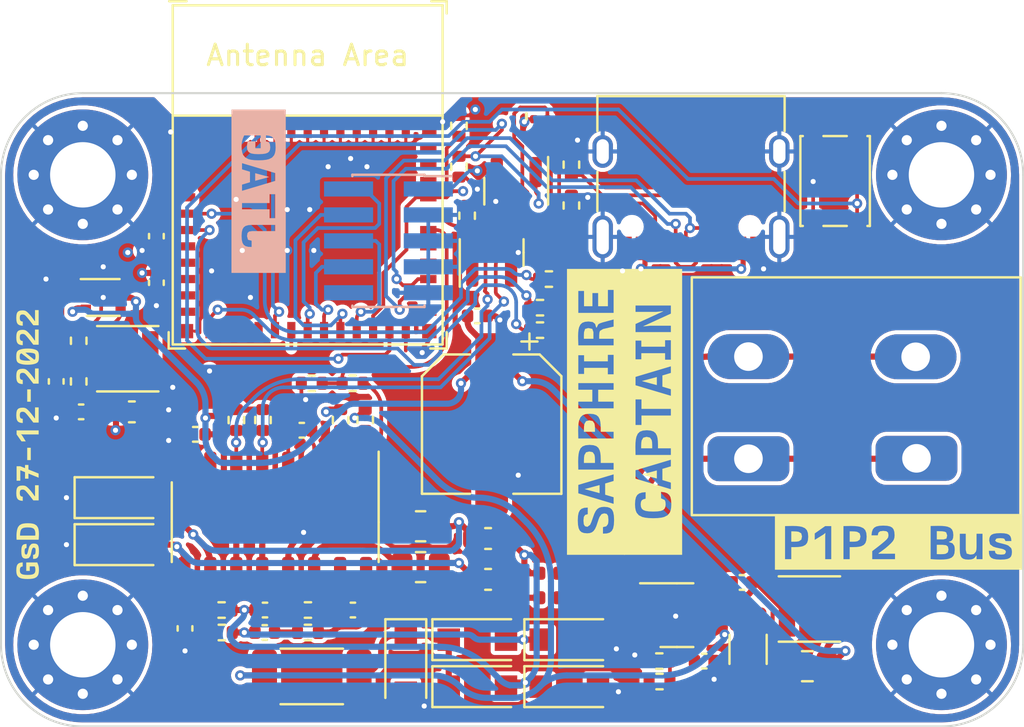
<source format=kicad_pcb>
(kicad_pcb (version 20240108) (generator "pcbnew") (generator_version "8.0")
  (title_block (title "Sapphire Captain") (date "2022-12-27") (rev "r0.1") (company "Greg Davill <greg.davill@gmail.com>"))
  (layers (0 "F.Cu" signal) (1 "In1.Cu" signal) (2 "In2.Cu" signal) (31 "B.Cu" signal) (34 "B.Paste" user) (35 "F.Paste" user) (36 "B.SilkS" user "B.Silkscreen") (37 "F.SilkS" user "F.Silkscreen") (38 "B.Mask" user) (39 "F.Mask" user) (44 "Edge.Cuts" user))
  (net 0 "")
  (net 1 "+15V")
  (net 2 "GND")
  (net 3 "Net-(C4-Pad2)")
  (net 4 "Net-(D3-A)")
  (net 5 "Net-(D6-A2)")
  (net 6 "Net-(D2-A)")
  (net 7 "Net-(D7-A2)")
  (net 8 "Net-(C7-Pad2)")
  (net 9 "Net-(C8-Pad2)")
  (net 10 "Net-(U1-BS)")
  (net 11 "Net-(U1-SW)")
  (net 12 "+3V3")
  (net 13 "Net-(U2-FB)")
  (net 14 "Net-(U3-IN1)")
  (net 15 "Net-(U3-IN2)")
  (net 16 "+5V")
  (net 17 "Net-(U3-BST)")
  (net 18 "Net-(U3-BST)_1")
  (net 19 "Net-(D1-A1)")
  (net 20 "Net-(D8-RK)")
  (net 21 "Net-(F1-Pad2)")
  (net 22 "Net-(D8-GK)")
  (net 23 "Net-(F2-Pad2)")
  (net 24 "/tck")
  (net 25 "/tdi")
  (net 26 "/tdo")
  (net 27 "/tms")
  (net 28 "/enable")
  (net 29 "Net-(D8-BK)")
  (net 30 "/data_tx")
  (net 31 "Net-(J1-Pin_2)")
  (net 32 "Net-(J1-Pin_1)")
  (net 34 "Net-(U2-SW)")
  (net 35 "Net-(Q1-D)")
  (net 36 "/data_rx")
  (net 37 "Net-(Q2-D)")
  (net 38 "Net-(U1-FB)")
  (net 39 "Net-(U3-COLLECTOR_A)")
  (net 40 "Net-(U3-COLLECTOR_B)")
  (net 41 "Net-(U3-VIN)")
  (net 42 "Net-(U3-DATA_OUT)")
  (net 43 "Net-(U4-GPIO8)")
  (net 44 "Net-(U4-GPIO0{slash}ADC1_CH0{slash}XTAL_32K_P)")
  (net 45 "/boot")
  (net 46 "Net-(U4-GPIO3{slash}ADC1_CH3)")
  (net 47 "Net-(U4-GPIO2{slash}ADC1_CH2)")
  (net 48 "Net-(J2-CC1)")
  (net 49 "Net-(J2-CC2)")
  (net 59 "unconnected-(U4-NC)_3")
  (net 60 "unconnected-(U4-NC)_4")
  (net 62 "Net-(J2-D-)")
  (net 63 "Net-(J2-D+)")
  (net 70 "Net-(J2-VBUS)")
  (footprint "kibuzzard-63AA640E" (layer "F.Cu") (at 187.9 88.6 90)
    (property "Reference" "kibuzzard-63AA640E" (hide yes))
    (property "Value" "G***" (hide yes))
  )
  (footprint "Capacitor_SMD:C_0805_2012Metric" (layer "F.Cu") (at 195.4425 101.050001)
    (property "Reference" "C17" (hide yes))
    (property "Value" "22uF" (hide yes))
  )
  (footprint "Resistor_SMD:R_0402_1005Metric" (layer "F.Cu") (at 166.79 98.3)
    (property "Reference" "R3" (hide yes))
    (property "Value" "1.5k" (hide yes))
  )
  (footprint "Resistor_SMD:R_0402_1005Metric" (layer "F.Cu") (at 173.2 87.2)
    (property "Reference" "R16" (hide yes))
    (property "Value" "10k" (hide yes))
  )
  (footprint "Package_TO_SOT_SMD:SOT-23" (layer "F.Cu") (at 181.199999 77.8 -90)
    (property "Reference" "Q1" (hide yes))
    (property "Value" "2N7002" (hide yes))
  )
  (footprint "Diode_SMD:D_SOD-123F" (layer "F.Cu") (at 179.3 102.05)
    (property "Reference" "D2" (hide yes))
    (property "Value" "D_Filled" (hide yes))
  )
  (footprint "Fuse:Fuse_0402_1005Metric" (layer "F.Cu") (at 185.115 97.7 180)
    (property "Reference" "F1" (hide yes))
    (property "Value" "100mA" (hide yes))
  )
  (footprint "Inductor_SMD:L_0402_1005Metric" (layer "F.Cu") (at 182.815 96.5 180)
    (property "Reference" "FB2" (hide yes))
    (property "Value" "220R" (hide yes))
  )
  (footprint "MountingHole:MountingHole_3.2mm_M3_Pad_Via" (layer "F.Cu") (at 202.00144 76.99776)
    (property "Reference" "H3" (hide yes))
    (property "Value" "MountingHole_Pad" (hide yes))
  )
  (footprint "Diode_SMD:D_SOD-123F" (layer "F.Cu") (at 161.8 92.8)
    (property "Reference" "D7" (hide yes))
    (property "Value" "5.6V" (hide yes))
  )
  (footprint "Capacitor_SMD:C_0402_1005Metric" (layer "F.Cu") (at 179.3 83.9 180)
    (property "Reference" "C16" (hide yes))
    (property "Value" "0.1uF" (hide yes))
  )
  (footprint "Package_TO_SOT_SMD:SOT-23-6" (layer "F.Cu") (at 189.0625 98.55)
    (property "Reference" "U1" (hide yes))
    (property "Value" "MT2492" (hide yes))
  )
  (footprint "Capacitor_SMD:C_0402_1005Metric" (layer "F.Cu") (at 159.92 88.6 180)
    (property "Reference" "C14" (hide yes))
    (property "Value" "1uF" (hide yes))
  )
  (footprint "MountingHole:MountingHole_3.2mm_M3_Pad_Via" (layer "F.Cu") (at 160 100)
    (property "Reference" "H2" (hide yes))
    (property "Value" "MountingHole_Pad" (hide yes))
  )
  (footprint "Capacitor_SMD:C_0402_1005Metric" (layer "F.Cu") (at 163.6 80 -90)
    (property "Reference" "C20" (hide yes))
    (property "Value" "0.1uF" (hide yes))
  )
  (footprint "Resistor_SMD:R_0402_1005Metric" (layer "F.Cu") (at 171.0125 99.4)
    (property "Reference" "R8" (hide yes))
    (property "Value" "75k" (hide yes))
  )
  (footprint "Resistor_SMD:R_0402_1005Metric" (layer "F.Cu") (at 183.9 76.5 90)
    (property "Reference" "R24" (hide yes))
    (property "Value" "5.1K" (hide yes))
  )
  (footprint "Inductor_SMD:L_0402_1005Metric" (layer "F.Cu") (at 182.815 97.7 180)
    (property "Reference" "FB1" (hide yes))
    (property "Value" "220R" (hide yes))
  )
  (footprint "Resistor_SMD:R_0402_1005Metric" (layer "F.Cu") (at 159.8 85.12 -90)
    (property "Reference" "R6" (hide yes))
    (property "Value" "25.5k" (hide yes))
  )
  (footprint "Resistor_SMD:R_2010_5025Metric" (layer "F.Cu") (at 171.2 101.55)
    (property "Reference" "R1" (hide yes))
    (property "Value" "30R" (hide yes))
  )
  (footprint "Resistor_SMD:R_0402_1005Metric" (layer "F.Cu") (at 182.365 84.6 180)
    (property "Reference" "R22" (hide yes))
    (property "Value" "470R" (hide yes))
  )
  (footprint "Capacitor_SMD:C_0402_1005Metric" (layer "F.Cu") (at 165 99.2 90)
    (property "Reference" "C4" (hide yes))
    (property "Value" "0.1uF" (hide yes))
  )
  (footprint "Capacitor_SMD:C_0402_1005Metric" (layer "F.Cu") (at 173.2125 98.3 180)
    (property "Reference" "C12" (hide yes))
    (property "Value" "470p" (hide yes))
  )
  (footprint "Capacitor_SMD:C_1206_3216Metric" (layer "F.Cu") (at 192.5425 100.225001 -90)
    (property "Reference" "C3" (hide yes))
    (property "Value" "22uF" (hide yes))
  )
  (footprint "Resistor_SMD:R_0402_1005Metric" (layer "F.Cu") (at 171.0125 98.3)
    (property "Reference" "R9" (hide yes))
    (property "Value" "75k" (hide yes))
  )
  (footprint "Resistor_SMD:R_0402_1005Metric" (layer "F.Cu") (at 182.365 83.5 180)
    (property "Reference" "R20" (hide yes))
    (property "Value" "470R" (hide yes))
  )
  (footprint "Resistor_SMD:R_0805_2012Metric" (layer "F.Cu") (at 176.525 96.2 180)
    (property "Reference" "R10" (hide yes))
    (property "Value" "1R" (hide yes))
  )
  (footprint "Capacitor_SMD:CP_Elec_6.3x4.5" (layer "F.Cu") (at 180 89.2 -90)
    (property "Reference" "C15" (hide yes))
    (property "Value" "47uF" (hide yes))
  )
  (footprint "MountingHole:MountingHole_3.2mm_M3_Pad_Via" (layer "F.Cu") (at 202.00144 100)
    (property "Reference" "H4" (hide yes))
    (property "Value" "MountingHole_Pad" (hide yes))
  )
  (footprint "Capacitor_SMD:C_0603_1608Metric" (layer "F.Cu") (at 162.4 88.6)
    (property "Reference" "C11" (hide yes))
    (property "Value" "10uF" (hide yes))
  )
  (footprint "Resistor_SMD:R_0402_1005Metric" (layer "F.Cu") (at 168.8125 89 90)
    (property "Reference" "R14" (hide yes))
    (property "Value" "10k" (hide yes))
  )
  (footprint "Resistor_SMD:R_0402_1005Metric" (layer "F.Cu") (at 188.2 100.8)
    (property "Reference" "R4" (hide yes))
    (property "Value" "22k" (hide yes))
  )
  (footprint "Capacitor_SMD:C_0402_1005Metric" (layer "F.Cu") (at 192.242501 96.950001)
    (property "Reference" "C9" (hide yes))
    (property "Value" "22nF" (hide yes))
  )
  (footprint "Inductor_SMD:L_Taiyo-Yuden_NR-30xx" (layer "F.Cu") (at 195.5425 98.250001)
    (property "Reference" "L2" (hide yes))
    (property "Value" "10uH" (hide yes))
  )
  (footprint "Resistor_SMD:R_0402_1005Metric" (layer "F.Cu") (at 178.4 76.6 90)
    (property "Reference" "R18" (hide yes))
    (property "Value" "10k" (hide yes))
  )
  (footprint "Diode_SMD:D_SOD-123F" (layer "F.Cu") (at 161.8 95.1)
    (property "Reference" "D6" (hide yes))
    (property "Value" "5.6V" (hide yes))
  )
  (footprint "Resistor_SMD:R_0805_2012Metric" (layer "F.Cu") (at 176.525 94.2 180)
    (property "Reference" "R11" (hide yes))
    (property "Value" "1R" (hide yes))
  )
  (footprint "Capacitor_SMD:C_0402_1005Metric" (layer "F.Cu") (at 165.5 89.7 180)
    (property "Reference" "C13" (hide yes))
    (property "Value" "0.1uF" (hide yes))
  )
  (footprint "MountingHole:MountingHole_3.2mm_M3_Pad_Via" (layer "F.Cu") (at 160 76.99776)
    (property "Reference" "H1" (hide yes))
    (property "Value" "MountingHole_Pad" (hide yes))
  )
  (footprint "Resistor_SMD:R_0402_1005Metric" (layer "F.Cu") (at 171.2 87.2)
    (property "Reference" "R17" (hide yes))
    (property "Value" "22k" (hide yes))
  )
  (footprint "Resistor_SMD:R_0402_1005Metric" (layer "F.Cu") (at 183.9 78.5 90)
    (property "Reference" "R25" (hide yes))
    (property "Value" "5.1K" (hide yes))
  )
  (footprint "TerminalBlock_WAGO:TerminalBlock_WAGO_236-102_1x02_P5.00mm_45Degree" (layer "F.Cu") (at 200.79 83.595 90)
    (property "Reference" "J1" (hide yes))
    (property "Value" "Conn_01x02" (hide yes))
  )
  (footprint "Diode_SMD:D_SOD-123F" (layer "F.Cu") (at 183.8 102.05)
    (property "Reference" "D4" (hide yes))
    (property "Value" "D_Filled" (hide yes))
  )
  (footprint "Resistor_SMD:R_0402_1005Metric" (layer "F.Cu") (at 182.8 82.1 180)
    (property "Reference" "R23" (hide yes))
    (property "Value" "470R" (hide yes))
  )
  (footprint "Diode_SMD:D_SOD-123F" (layer "F.Cu") (at 183.8 99.75)
    (property "Reference" "D5" (hide yes))
    (property "Value" "D_Filled" (hide yes))
  )
  (footprint "Resistor_SMD:R_0402_1005Metric" (layer "F.Cu") (at 159.8 87.11 -90)
    (property "Reference" "R5" (hide yes))
    (property "Value" "115k" (hide yes))
  )
  (footprint "kibuzzard-63AA625E" (layer "F.Cu") (at 199.9 95)
    (property "Reference" "kibuzzard-63AA625E" (hide yes))
    (property "Value" "G***" (hide yes))
  )
  (footprint "Resistor_SMD:R_0402_1005Metric" (layer "F.Cu") (at 188.209999 101.8)
    (property "Reference" "R7" (hide yes))
    (property "Value" "100k" (hide yes))
  )
  (footprint "Package_SO:SO-16_3.9x9.9mm_P1.27mm" (layer "F.Cu") (at 169.4125 94 -90)
    (property "Reference" "U3" (hide yes))
    (property "Value" "XL1192" (hide yes))
  )
  (footprint "Capacitor_SMD:C_0402_1005Metric" (layer "F.Cu") (at 170.7125 89.5)
    (property "Reference" "C18" (hide yes))
    (property "Value" "0.1uF" (hide yes))
  )
  (footprint "kibuzzard-63AA6405" (layer "F.Cu") (at 185.1 88.6 90)
    (property "Reference" "kibuzzard-63AA6405" (hide yes))
    (property "Value" "G***" (hide yes))
  )
  (footprint "Resistor_SMD:R_0402_1005Metric" (layer "F.Cu") (at 172.6125 89 -90)
    (property "Reference" "R12" (hide yes))
    (property "Value" "DNP" (hide yes))
  )
  (footprint "Resistor_SMD:R_0402_1005Metric" (layer "F.Cu") (at 178.8 79 -90)
    (property "Reference" "R21" (hide yes))
    (property "Value" "10k" (hide yes))
  )
  (footprint "Resistor_SMD:R_0402_1005Metric" (layer "F.Cu") (at 166.8 99.4)
    (property "Reference" "R2" (hide yes))
    (property "Value" "1.5k" (hide yes))
  )
  (footprint "Diode_SMD:D_SOD-123F" (layer "F.Cu") (at 175.8 100.95 -90)
    (property "Reference" "D1" (hide yes))
    (property "Value" "16V" (hide yes))
  )
  (footprint "Resistor_SMD:R_0402_1005Metric" (layer "F.Cu") (at 178.4 74.6 -90)
    (property "Reference" "R19" (hide yes))
    (property "Value" "4.7k" (hide yes))
  )
  (footprint "Capacitor_SMD:C_0603_1608Metric" (layer "F.Cu") (at 179.825 94.8 180)
    (property "Reference" "C6" (hide yes))
    (property "Value" "10uF" (hide yes))
  )
  (footprint "Inductor_SMD:L_Taiyo-Yuden_NR-30xx" (layer "F.Cu") (at 162.2 86)
    (property "Reference" "L1" (hide yes))
    (property "Value" "2.2uH" (hide yes))
  )
  (footprint "Button_Switch_SMD:SW_SPST_PTS810" (layer "F.Cu") (at 196.8 77.3 90)
    (property "Reference" "SW1" (hide yes))
    (property "Value" "SW_DIP_x01" (hide yes))
  )
  (footprint "lib:0404LED_RGB" (layer "F.Cu") (at 182.4 74.6)
    (property "Reference" "D8" (hide yes))
    (property "Value" "LED_ARGB" (hide yes))
  )
  (footprint "Resistor_SMD:R_0402_1005Metric" (layer "F.Cu") (at 167.5125 89 90)
    (property "Reference" "R15" (hide yes))
    (property "Value" "10k" (hide yes))
  )
  (footprint "Diode_SMD:D_SOD-123F" (layer "F.Cu") (at 179.3 99.75)
    (property "Reference" "D3" (hide yes))
    (property "Value" "D_Filled" (hide yes))
  )
  (footprint "Capacitor_SMD:C_0402_1005Metric" (layer "F.Cu") (at 168.9125 98.3)
    (property "Reference" "C8" (hide yes))
    (property "Value" "22nF" (hide yes))
  )
  (footprint "Capacitor_SMD:C_0402_1005Metric" (layer "F.Cu") (at 158.7 87.11 90)
    (property "Reference" "C10" (hide yes))
    (property "Value" "6.8pF" (hide yes))
  )
  (footprint "Capacitor_SMD:C_0402_1005Metric" (layer "F.Cu") (at 168.9 99.4)
    (property "Reference" "C7" (hide yes))
    (property "Value" "22nF" (hide yes))
  )
  (footprint "Espressif:ESP32-C3-MINI-1" (layer "F.Cu") (at 171 77)
    (property "Reference" "U4" (hide yes))
    (property "Value" "ESP32-C3-MINI-1" (hide yes))
  )
  (footprint "Connector_USB:USB_C_Receptacle_XKB_U262-16XN-4BVC11" (layer "F.Cu") (at 189.75 76.93 180)
    (property "Reference" "J2" (hide yes))
    (property "Value" "USB_C_Receptacle_USB2.0" (hide yes))
  )
  (footprint "Capacitor_SMD:C_0402_1005Metric" (layer "F.Cu") (at 163.6 82.28 -90)
    (property "Reference" "C19" (hide yes))
    (property "Value" "0.1uF" (hide yes))
  )
  (footprint "kibuzzard-63AA6611" (layer "F.Cu") (at 157.3 90.2 90)
    (property "Reference" "kibuzzard-63AA6611" (hide yes))
    (property "Value" "G***" (hide yes))
  )
  (footprint "Capacitor_SMD:C_0603_1608Metric" (layer "F.Cu") (at 179.825 96.8 180)
    (property "Reference" "C5" (hide yes))
    (property "Value" "10uF" (hide yes))
  )
  (footprint "Resistor_SMD:R_0402_1005Metric" (layer "F.Cu") (at 173.8125 89 90)
    (property "Reference" "R13" (hide yes))
    (property "Value" "0R" (hide yes))
  )
  (footprint "Capacitor_SMD:C_0402_1005Metric" (layer "F.Cu") (at 190.4 100.8)
    (property "Reference" "C2" (hide yes))
    (property "Value" "0.1uF" (hide yes))
  )
  (footprint "Package_TO_SOT_SMD:SOT-666" (layer "F.Cu") (at 161 83)
    (property "Reference" "U2" (hide yes))
    (property "Value" "TLV62569DRL" (hide yes))
  )
  (footprint "Package_TO_SOT_SMD:SOT-23" (layer "F.Cu") (at 180 80.8 90)
    (property "Reference" "Q2" (hide yes))
    (property "Value" "2N7002" (hide yes))
  )
  (footprint "Fuse:Fuse_0402_1005Metric" (layer "F.Cu") (at 185.115 96.5 180)
    (property "Reference" "F2" (hide yes))
    (property "Value" "100mA" (hide yes))
  )
  (footprint "Connector_PinHeader_1.27mm:PinHeader_2x05_P1.27mm_Vertical_SMD" (layer "B.Cu") (at 174.95 80.23 180)
    (property "Reference" "J3" (hide yes))
    (property "Value" "JTAG/SW Interface" (hide yes))
  )
  (footprint "kibuzzard-63AA5C76" (layer "B.Cu") (at 168.6 77.8 90)
    (property "Reference" "kibuzzard-63AA5C76" (hide yes))
    (property "Value" "G***" (hide yes))
  )
  (gr_line (start 156 77) (end 156 100) (stroke (width 0.1)) (layer "Edge.Cuts"))
  (gr_line (start 202 73) (end 160 73) (stroke (width 0.1)) (layer "Edge.Cuts"))
  (gr_line (start 206 100) (end 206 77) (stroke (width 0.1)) (layer "Edge.Cuts"))
  (gr_line (start 160 104) (end 202 104) (stroke (width 0.1)) (layer "Edge.Cuts"))
  (gr_arc (start 202 73) (mid 204.828427 74.171573) (end 206 77) (stroke (width 0.1)) (layer "Edge.Cuts"))
  (gr_arc (start 160 104) (mid 157.171573 102.828427) (end 156 100) (stroke (width 0.1)) (layer "Edge.Cuts"))
  (gr_arc (start 156 77) (mid 157.171573 74.171573) (end 160 73) (stroke (width 0.1)) (layer "Edge.Cuts"))
  (gr_arc (start 206 100) (mid 204.828427 102.828427) (end 202 104) (stroke (width 0.1)) (layer "Edge.Cuts"))
  (segment (start 173.438739 88.86376) (end 173.8125 88.49) (width 0.3) (layer "F.Cu") (net 1))
  (segment (start 191.008577 98.55) (end 190.2 98.55) (width 0.3) (layer "F.Cu") (net 1))
  (segment (start 190.3909 99.5) (end 190.581801 99.5) (width 0.3) (layer "F.Cu") (net 1))
  (segment (start 191.491423 98.750001) (end 192.5425 98.750001) (width 0.3) (layer "F.Cu") (net 1))
  (segment (start 190.2 99.6909) (end 190.2 99.90201) (width 0.3) (layer "F.Cu") (net 1))
  (segment (start 191.350001 99.014644) (end 191.350001 98.891423) (width 0.3) (layer "F.Cu") (net 1))
  (segment (start 189.92 100.577989) (end 189.92 100.8) (width 0.3) (layer "F.Cu") (net 1))
  (segment (start 168.8625 101.525) (end 168.8875 101.55) (width 0.3) (layer "F.Cu") (net 1))
  (segment (start 168.802144 101.5) (end 167.7 101.5) (width 0.3) (layer "F.Cu") (net 1))
  (segment (start 191.125 99.274999) (end 191.325001 99.074998) (width 0.3) (layer "F.Cu") (net 1))
  (segment (start 191.4 99.135352) (end 191.4 99.5) (width 0.3) (layer "F.Cu") (net 1))
  (segment (start 173.35125 88.9) (end 173.3 88.9) (width 0.3) (layer "F.Cu") (net 1))
  (via (at 191.4 99.5) (size 0.5) (drill 0.25) (layers "F.Cu" "B.Cu") (net 1))
  (via (at 167.7 101.5) (size 0.5) (drill 0.25) (layers "F.Cu" "B.Cu") (net 1))
  (via (at 173.3 88.9) (size 0.5) (drill 0.25) (layers "F.Cu" "B.Cu") (net 1))
  (arc (start 168.802144 101.5) (mid 168.834808 101.506497) (end 168.8625 101.525) (width 0.3) (layer "F.Cu") (net 1))
  (arc (start 191.375 99.074998) (mid 191.356498 99.047307) (end 191.350001 99.014644) (width 0.3) (layer "F.Cu") (net 1))
  (arc (start 191.25 98.65) (mid 191.360765 98.724011) (end 191.491423 98.750001) (width 0.3) (layer "F.Cu") (net 1))
  (arc (start 190.3909 99.5) (mid 190.255913 99.555913) (end 190.2 99.6909) (width 0.3) (layer "F.Cu") (net 1))
  (arc (start 190.06 100.24) (mid 190.163615 100.084928) (end 190.2 99.90201) (width 0.3) (layer "F.Cu") (net 1))
  (arc (start 190.06 100.24) (mid 189.956384 100.39507) (end 189.92 100.577989) (width 0.3) (layer "F.Cu") (net 1))
  (arc (start 191.491423 98.750001) (mid 191.391422 98.791422) (end 191.350001 98.891423) (width 0.3) (layer "F.Cu") (net 1))
  (arc (start 191.375 99.074998) (mid 191.393502 99.102688) (end 191.4 99.135352) (width 0.3) (layer "F.Cu") (net 1))
  (arc (start 191.25 98.65) (mid 191.139234 98.575989) (end 191.008577 98.55) (width 0.3) (layer "F.Cu") (net 1))
  (arc (start 173.35125 88.9) (mid 173.398598 88.890581) (end 173.438739 88.86376) (width 0.3) (layer "F.Cu") (net 1))
  (arc (start 191.325001 99.074998) (mid 191.343503 99.047307) (end 191.350001 99.014644) (width 0.3) (layer "F.Cu") (net 1))
  (arc (start 191.25 98.65) (mid 191.324011 98.760765) (end 191.350001 98.891423) (width 0.3) (layer "F.Cu") (net 1))
  (arc (start 191.125 99.274999) (mid 190.875778 99.441524) (end 190.581801 99.5) (width 0.3) (layer "F.Cu") (net 1))
  (arc (start 191.375 99.074998) (mid 191.35 99.064643) (end 191.325001 99.074998) (width 0.3) (layer "F.Cu") (net 1))
  (segment (start 177.122182 101.5) (end 167.7 101.5) (width 0.3) (layer "B.Cu") (net 1))
  (segment (start 182.9 100.722182) (end 182.9 96.897056) (width 0.3) (layer "B.Cu") (net 1))
  (segment (start 191.4 99.6) (end 191.4 99.5) (width 0.3) (layer "B.Cu") (net 1))
  (segment (start 183.677817 101.5) (end 188.327207 101.5) (width 0.3) (layer "B.Cu") (net 1))
  (segment (start 190.5 100.6) (end 191.329289 99.77071) (width 0.3) (layer "B.Cu") (net 1))
  (segment (start 177.386827 91.986827) (end 174.653553 89.253553) (width 0.3) (layer "B.Cu") (net 1))
  (segment (start 181.313172 93.613172) (end 181.7 94) (width 0.3) (layer "B.Cu") (net 1))
  (segment (start 181.022182 102.6) (end 179.777817 102.6) (width 0.3) (layer "B.Cu") (net 1))
  (segment (start 173.3 88.9) (end 173.8 88.9) (width 0.3) (layer "B.Cu") (net 1))
  (arc (start 177.386827 91.986827) (mid 178.287538 92.588663) (end 179.35 92.8) (width 0.3) (layer "B.Cu") (net 1))
  (arc (start 181.313172 93.613172) (mid 180.412461 93.011336) (end 179.35 92.8) (width 0.3) (layer "B.Cu") (net 1))
  (arc (start 181.7 94) (mid 182.58813 95.32918) (end 182.9 96.897056) (width 0.3) (layer "B.Cu") (net 1))
  (arc (start 191.329289 99.77071) (mid 191.381622 99.692387) (end 191.4 99.6) (width 0.3) (layer "B.Cu") (net 1))
  (arc (start 177.122182 101.5) (mid 177.840792 101.64294) (end 178.45 102.05) (width 0.3) (layer "B.Cu") (net 1))
  (arc (start 174.653553 89.253553) (mid 174.261939 88.991885) (end 173.8 88.9) (width 0.3) (layer "B.Cu") (net 1))
  (arc (start 179.777817 102.6) (mid 179.059207 102.457059) (end 178.45 102.05) (width 0.3) (layer "B.Cu") (net 1))
  (arc (start 182.9 100.722182) (mid 182.757059 101.440792) (end 182.35 102.05) (width 0.3) (layer "B.Cu") (net 1))
  (arc (start 190.5 100.6) (mid 189.503114 101.266097) (end 188.327207 101.5) (width 0.3) (layer "B.Cu") (net 1))
  (arc (start 182.35 102.05) (mid 181.740792 102.457059) (end 181.022182 102.6) (width 0.3) (layer "B.Cu") (net 1))
  (arc (start 182.35 102.05) (mid 182.959207 101.64294) (end 183.677817 101.5) (width 0.3) (layer "B.Cu") (net 1))
  (segment (start 193.040379 101.700001) (end 192.791439 101.700001) (width 0.3) (layer "F.Cu") (net 2))
  (segment (start 190.88 101.69) (end 190.88 100.8) (width 0.3) (layer "F.Cu") (net 2))
  (segment (start 159.995 84.61) (end 159.8 84.61) (width 0.18) (layer "F.Cu") (net 2))
  (segment (start 175.925 102.35) (end 175.8 102.35) (width 0.3) (layer "F.Cu") (net 2))
  (segment (start 170.69 87.641507) (end 170.69 87.2) (width 0.18) (layer "F.Cu") (net 2))
  (segment (start 194.321249 101.050001) (end 194.4925 101.050001) (width 0.3) (layer "F.Cu") (net 2))
  (segment (start 164.15 88.55) (end 164.2 88.5) (width 0.3) (layer "F.Cu") (net 2))
  (segment (start 178.4 77.11) (end 178.71 77.11) (width 0.18) (layer "F.Cu") (net 2))
  (segment (start 185.773223 102.05) (end 185.2 102.05) (width 0.3) (layer "F.Cu") (net 2))
  (segment (start 187.195 100.5) (end 187 100.5) (width 0.3) (layer "F.Cu") (net 2))
  (segment (start 189 98.6) (end 188.975 98.575) (width 0.3) (layer "F.Cu") (net 2))
  (segment (start 165.529289 75.1) (end 165.5 75.1) (width 0.18) (layer "F.Cu") (net 2))
  (segment (start 164.375 74.825) (end 164.3 74.9) (width 0.18) (layer "F.Cu") (net 2))
  (segment (start 192.29356 101.7) (end 190.877071 101.7) (width 0.3) (layer "F.Cu") (net 2))
  (segment (start 195.725 79.375) (end 195.725 75.225) (width 0.18) (layer "F.Cu") (net 2))
  (segment (start 187.527885 100.637885) (end 187.69 100.8) (width 0.3) (layer "F.Cu") (net 2))
  (segment (start 180.3 84) (end 180.4 84.1) (width 0.3) (layer "F.Cu") (net 2))
  (segment (start 160.9 83.55) (end 160.9 83.27071) (width 0.18) (layer "F.Cu") (net 2))
  (segment (start 185.809099 99.909099) (end 186.1 100.2) (width 0.3) (layer "F.Cu") (net 2))
  (segment (start 180.249999 76.90625) (end 180.249999 76.8625) (width 0.3) (layer "F.Cu") (net 2))
  (segment (start 163.01 80.59) (end 162.9 80.7) (width 0.3) (layer "F.Cu") (net 2))
  (segment (start 164.712132 89.7) (end 165.02 89.7) (width 0.3) (layer "F.Cu") (net 2))
  (segment (start 181.3 80.8) (end 181.125 80.975) (width 0.3) (layer "F.Cu") (net 2))
  (segment (start 161 83.05) (end 161 83) (width 0.18) (layer "F.Cu") (net 2))
  (segment (start 178.8 78.49) (end 178.89 78.4) (width 0.3) (layer "F.Cu") (net 2))
  (segment (start 170.8 94.5) (end 170.42375 94.87625) (width 0.3) (layer "F.Cu") (net 2))
  (segment (start 160.558578 83) (end 160.075 83) (width 0.18) (layer "F.Cu") (net 2))
  (segment (start 190.88 101.69) (end 190.875 101.695) (width 0.3) (layer "F.Cu") (net 2))
  (segment (start 193.1 80.6) (end 193.1 81.4) (width 0.18) (layer "F.Cu") (net 2))
  (segment (start 163.6 83.4) (end 163.6 82.76) (width 0.18) (layer "F.Cu") (net 2))
  (segment (start 186.2 102.3) (end 186.075 102.175) (width 0.3) (layer "F.Cu") (net 2))
  (segment (start 159.2 92.8) (end 160.4 92.8) (width 0.3) (layer "F.Cu") (net 2))
  (segment (start 178.89 78.4) (end 179.3 78.4) (width 0.3) (layer "F.Cu") (net 2))
  (segment (start 183.9 75.6) (end 184.2 75.3) (width 0.18) (layer "F.Cu") (net 2))
  (segment (start 180.058578 83.9) (end 179.78 83.9) (width 0.3) (layer "F.Cu") (net 2))
  (segment (start 184.59 77.99) (end 184.7 78.1) (width 0.18) (layer "F.Cu") (net 2))
  (segment (start 179.3 77.7) (end 179.4 77.7) (width 0.3) (layer "F.Cu") (net 2))
  (segment (start 180.958578 91.9) (end 180 91.9) (width 0.3) (layer "F.Cu") (net 2))
  (segment (start 160.85 83.15) (end 160.8 83.1) (width 0.18) (layer "F.Cu") (net 2))
  (segment (start 176.535355 75.164644) (end 176.843933 74.856066) (width 0.18) (layer "F.Cu") (net 2))
  (segment (start 176.364644 75.235355) (end 176.3 75.3) (width 0.18) (layer "F.Cu") (net 2))
  (segment (start 185.425 99.75) (end 185.2 99.75) (width 0.3) (layer "F.Cu") (net 2))
  (segment (start 164.802512 74.75) (end 164.556066 74.75) (width 0.18) (layer "F.Cu") (net 2))
  (segment (start 176.95 84.902512) (end 176.95 84.65) (width 0.18) (layer "F.Cu") (net 2))
  (segment (start 176.6 85.7) (end 176.6 85.496929) (width 0.18) (layer "F.Cu") (net 2))
  (segment (start 183.9 75.99) (end 183.9 75.6) (width 0.18) (layer "F.Cu") (net 2))
  (segment (start 170.0475 95.784597) (end 170.0475 96.575) (width 0.3) (layer "F.Cu") (net 2))
  (segment (start 159.212132 88.6) (end 159.44 88.6) (width 0.18) (layer "F.Cu") (net 2))
  (segment (start 179.3 78.4) (end 179.3 77.7) (width 0.3) (layer "F.Cu") (net 2))
  (segment (start 188.914644 98.55) (end 187.925 98.55) (width 0.3) (layer "F.Cu") (net 2))
  (segment (start 180.95 81.397487) (end 180.95 81.7375) (width 0.3) (layer "F.Cu") (net 2))
  (segment (start 176.7 103) (end 176.138388 102.438388) (width 0.3) (layer "F.Cu") (net 2))
  (segment (start 194.028906 101.171093) (end 193.824999 101.375001) (width 0.3) (layer "F.Cu") (net 2))
  (segment (start 158.85 88.75) (end 158.7 88.9) (width 0.18) (layer "F.Cu") (net 2))
  (segment (start 165.329289 75.029289) (end 165.225 74.925) (width 0.18) (layer "F.Cu") (net 2))
  (segment (start 164.029289 88.6) (end 163.175 88.6) (width 0.3) (layer "F.Cu") (net 2))
  (segment (start 193.1 81.4) (end 193.3 81.6) (width 0.18) (layer "F.Cu") (net 2))
  (segment (start 165 100.3) (end 165 99.68) (width 0.3) (layer "F.Cu") (net 2))
  (segment (start 163.275563 80.48) (end 163.6 80.48) (width 0.3) (layer "F.Cu") (net 2))
  (segment (start 186.4 80.6) (end 186.4 81.7) (width 0.18) (layer "F.Cu") (net 2))
  (segment (start 192.29356 101.7) (end 192.791439 101.700001) (width 0.3) (layer "F.Cu") (net 2))
  (segment (start 164.35 89.85) (end 164.2 90) (width 0.3) (layer "F.Cu") (net 2))
  (segment (start 180.219062 76.980937) (end 179.57071 77.629289) (width 0.3) (layer "F.Cu") (net 2))
  (segment (start 159.2 95.1) (end 160.4 95.1) (width 0.3) (layer "F.Cu") (net 2))
  (segment (start 170.9 88) (end 170.795 87.895) (width 0.18) (layer "F.Cu") (net 2))
  (segment (start 160.964644 83.135355) (end 160.95 83.15) (width 0.18) (layer "F.Cu") (net 2))
  (segment (start 165.65 75.15) (end 165.7 75.2) (width 0.18) (layer "F.Cu") (net 2))
  (segment (start 177.6 74.4) (end 177.356066 74.643933) (width 0.18) (layer "F.Cu") (net 2))
  (segment (start 183.9 77.99) (end 184.59 77.99) (width 0.18) (layer "F.Cu") (net 2))
  (segment (start 160.652512 84.147487) (end 160.327885 84.472114) (width 0.18) (layer "F.Cu") (net 2))
  (segment (start 178.71 77.11) (end 179.3 77.7) (width 0.18) (layer "F.Cu") (net 2))
  (segment (start 176.6 85.496929) (end 176.828884 85.268045) (width 0.18) (layer "F.Cu") (net 2))
  (segment (start 181.3 91.7) (end 181.2 91.8) (width 0.3) (layer "F.Cu") (net 2))
  (via (at 168.2 83) (size 0.5) (drill 0.25) (layers "F.Cu" "B.Cu") (net 2))
  (via (at 172 76.6) (size 0.5) (drill 0.25) (layers "F.Cu" "B.Cu") (net 2))
  (via (at 186.1 100.2) (size 0.5) (drill 0.25) (layers "F.Cu" "B.Cu") (net 2))
  (via (at 162.9 80.7) (size 0.5) (drill 0.25) (layers "F.Cu" "B.Cu") (net 2))
  (via (at 170 80.7) (size 0.5) (drill 0.25) (layers "F.Cu" "B.Cu") (net 2))
  (via (at 159.2 95.1) (size 0.5) (drill 0.25) (layers "F.Cu" "B.Cu") (net 2))
  (via (at 195.725 77.325) (size 0.5) (drill 0.25) (layers "F.Cu" "B.Cu") (net 2))
  (via (at 180.2 78.3) (size 0.5) (drill 0.25) (layers "F.Cu" "B.Cu") (net 2))
  (via (at 179.3 77.7) (size 0.5) (drill 0.25) (layers "F.Cu" "B.Cu") (net 2))
  (via (at 181.3 91.7) (size 0.5) (drill 0.25) (layers "F.Cu" "B.Cu") (net 2))
  (via (at 170.9 88) (size 0.5) (drill 0.25) (layers "F.Cu" "B.Cu") (net 2))
  (via (at 180.4 84.1) (size 0.5) (drill 0.25) (layers "F.Cu" "B.Cu") (net 2))
  (via (at 187 100.5) (size 0.5) (drill 0.25) (layers "F.Cu" "B.Cu") (net 2))
  (via (at 176.7 103) (size 0.5) (drill 0.25) (layers "F.Cu" "B.Cu") (net 2))
  (via (at 189 98.6) (size 0.5) (drill 0.25) (layers "F.Cu" "B.Cu") (net 2))
  (via (at 158.7 88.9) (size 0.5) (drill 0.25) (layers "F.Cu" "B.Cu") (net 2))
  (via (at 165 100.3) (size 0.5) (drill 0.25) (layers "F.Cu" "B.Cu") (net 2))
  (via (at 171.1 78.7) (size 0.5) (drill 0.25) (layers "F.Cu" "B.Cu") (net 2))
  (via (at 176.6 85.7) (size 0.5) (drill 0.25) (layers "F.Cu" "B.Cu") (net 2))
  (via (at 167.8 80.7) (size 0.5) (drill 0.25) (layers "F.Cu" "B.Cu") (net 2))
  (via (at 170 78.7) (size 0.5) (drill 0.25) (layers "F.Cu" "B.Cu") (net 2))
  (via (at 173.1 76.2) (size 0.5) (drill 0.25) (layers "F.Cu" "B.Cu") (net 2))
  (via (at 159.2 92.8) (size 0.5) (drill 0.25) (layers "F.Cu" "B.Cu") (net 2))
  (via (at 184.2 75.3) (size 0.5) (drill 0.25) (layers "F.Cu" "B.Cu") (net 2))
  (via (at 164.2 88.5) (size 0.5) (drill 0.25) (layers "F.Cu" "B.Cu") (net 2))
  (via (at 166.3 81.7) (size 0.5) (drill 0.25) (layers "F.Cu" "B.Cu") (net 2))
  (via (at 173.9 76.6) (size 0.5) (drill 0.25) (layers "F.Cu" "B.Cu") (net 2))
  (via (at 164.3 74.9) (size 0.5) (drill 0.25) (layers "F.Cu" "B.Cu") (net 2))
  (via (at 161 83) (size 0.5) (drill 0.25) (layers "F.Cu" "B.Cu") (net 2))
  (via (at 161 81.5) (size 0.5) (drill 0.25) (layers "F.Cu" "B.Cu") (net 2))
  (via (at 167.5 78.2) (size 0.5) (drill 0.25) (layers "F.Cu" "B.Cu") (net 2))
  (via (at 171.3 80.7) (size 0.5) (drill 0.25) (layers "F.Cu" "B.Cu") (net 2))
  (via (at 164.4 87.4) (size 0.5) (drill 0.25) (layers "F.Cu" "B.Cu") (net 2))
  (via (at 184.7 78.1) (size 0.5) (drill 0.25) (layers "F.Cu" "B.Cu") (net 2))
  (via (at 158.2 82.1) (size 0.5) (drill 0.25) (layers "F.Cu" "B.Cu") (net 2))
  (via (at 166.2 86.6) (size 0.5) (drill 0.25) (layers "F.Cu" "B.Cu") (net 2))
  (via (at 186.2 102.3) (size 0.5) (drill 0.25) (layers "F.Cu" "B.Cu") (net 2))
  (via (at 193.3 81.6) (size 0.5) (drill 0.25) (layers "F.Cu" "B.Cu") (net 2))
  (via (at 190.88 101.69) (size 0.5) (drill 0.25) (layers "F.Cu" "B.Cu") (net 2))
  (via (at 186.4 81.7) (size 0.5) (drill 0.25) (layers "F.Cu" "B.Cu") (net 2))
  (via (at 170.8 94.5) (size 0.5) (drill 0.25) (layers "F.Cu" "B.Cu") (net 2))
  (via (at 164.2 90) (size 0.5) (drill 0.25) (layers "F.Cu" "B.Cu") (net 2))
  (via (at 163.6 83.4) (size 0.5) (drill 0.25) (layers "F.Cu" "B.Cu") (net 2))
  (via (at 181.3 80.8) (size 0.5) (drill 0.25) (layers "F.Cu" "B.Cu") (net 2))
  (via (at 177.6 74.4) (size 0.5) (drill 0.25) (layers "F.Cu" "B.Cu") (net 2))
  (arc (start 190.875 101.695) (mid 190.874365 101.698191) (end 190.877071 101.7) (width 0.3) (layer "F.Cu") (net 2))
  (arc (start 180.3 84) (mid 180.189234 83.925989) (end 180.058578 83.9) (width 0.3) (layer "F.Cu") (net 2))
  (arc (start 164.15 88.55) (mid 164.094617 88.587005) (end 164.029289 88.6) (width 0.3) (layer "F.Cu") (net 2))
  (arc (start 180.249999 76.90625) (mid 180.241958 76.94667) (end 180.219062 76.980937) (width 0.3) (layer "F.Cu") (net 2))
  (arc (start 170.69 87.641507) (mid 170.717288 87.778696) (end 170.795 87.895) (width 0.18) (layer "F.Cu") (net 2))
  (arc (start 193.040379 101.700001) (mid 193.465012 101.615536) (end 193.824999 101.375001) (width 0.3) (layer "F.Cu") (net 2))
  (arc (start 180.958578 91.9) (mid 181.089234 91.87401) (end 181.2 91.8) (width 0.3) (layer "F.Cu") (net 2))
  (arc (start 159.212132 88.6) (mid 159.016147 88.638983) (end 158.85 88.75) (width 0.18) (layer "F.Cu") (net 2))
  (arc (start 176.535355 75.164644) (mid 176.496193 75.190811) (end 176.45 75.2) (width 0.18) (layer "F.Cu") (net 2))
  (arc (start 163.01 80.59) (mid 163.131841 80.508588) (end 163.275563 80.48) (width 0.3) (layer "F.Cu") (net 2))
  (arc (start 160.9 83.27071) (mid 160.887005 83.205382) (end 160.85 83.15) (width 0.18) (layer "F.Cu") (net 2))
  (arc (start 179.4 77.7) (mid 179.492387 77.681622) (end 179.57071 77.629289) (width 0.3) (layer "F.Cu") (net 2))
  (arc (start 194.028906 101.171093) (mid 194.163034 101.081471) (end 194.321249 101.050001) (width 0.3) (layer "F.Cu") (net 2))
  (arc (start 170.0475 95.784597) (mid 170.145284 95.293003) (end 170.42375 94.87625) (width 0.3) (layer "F.Cu") (net 2))
  (arc (start 164.712132 89.7) (mid 164.516147 89.738983) (end 164.35 89.85) (width 0.3) (layer "F.Cu") (net 2))
  (arc (start 165.5 75.1) (mid 165.407611 75.081622) (end 165.329289 75.029289) (width 0.18) (layer "F.Cu") (net 2))
  (arc (start 176.364644 75.235355) (mid 176.403805 75.209188) (end 176.45 75.2) (width 0.18) (layer "F.Cu") (net 2))
  (arc (start 164.556066 74.75) (mid 164.458073 74.769491) (end 164.375 74.825) (width 0.18) (layer "F.Cu") (net 2))
  (arc (start 176.828884 85.268045) (mid 176.918288 85.094567) (end 176.95 84.902512) (width 0.18) (layer "F.Cu") (net 2))
  (arc (start 160.95 83.15) (mid 160.912994 83.205382) (end 160.9 83.27071) (width 0.18) (layer "F.Cu") (net 2))
  (arc (start 177.1 74.75) (mid 176.961417 74.777565) (end 176.843933 74.856066) (width 0.18) (layer "F.Cu") (net 2))
  (arc (start 177.1 74.75) (mid 177.238581 74.722434) (end 177.356066 74.643933) (width 0.18) (layer "F.Cu") (net 2))
  (arc (start 180.95 81.397487) (mid 180.995481 81.168838) (end 181.125 80.975) (width 0.3) (layer "F.Cu") (net 2))
  (arc (start 185.809099 99.909099) (mid 185.632872 99.791348) (end 185.425 99.75) (width 0.3) (layer "F.Cu") (net 2))
  (arc (start 187.527885 100.637885) (mid 187.375156 100.535835) (end 187.195 100.5) (width 0.3) (layer "F.Cu") (net 2))
  (arc (start 164.802512 74.75) (mid 165.03116 74.795481) (end 165.225 74.925) (width 0.18) (layer "F.Cu") (net 2))
  (arc (start 161 83.05) (mid 160.990811 83.096193) (end 160.964644 83.135355) (width 0.18) (layer "F.Cu") (net 2))
  (arc (start 176.138388 102.438388) (mid 176.040484 102.372971) (end 175.925 102.35) (width 0.3) (layer "F.Cu") (net 2))
  (arc (start 188.914644 98.55) (mid 188.947308 98.556497) (end 188.975 98.575) (width 0.3) (layer "F.Cu") (net 2))
  (arc (start 185.773223 102.05) (mid 185.936543 102.082486) (end 186.075 102.175) (width 0.3) (layer "F.Cu") (net 2))
  (arc (start 165.529289 75.1) (mid 165.594617 75.112994) (end 165.65 75.15) (width 0.18) (layer "F.Cu") (net 2))
  (arc (start 159.995 84.61) (mid 160.175156 84.574164) (end 160.327885 84.472114) (width 0.18) (layer "F.Cu") (net 2))
  (arc (start 160.652512 84.147487) (mid 160.835679 83.873357) (end 160.9 83.55) (width 0.18) (layer "F.Cu") (net 2))
  (arc (start 160.95 83.15) (mid 160.9 83.17071) (end 160.85 83.15) (width 0.18) (layer "F.Cu") (net 2))
  (arc (start 160.558578 83) (mid 160.689234 83.025989) (end 160.8 83.1) (width 0.18) (layer "F.Cu") (net 2))
  (segment (start 176.9 82.77) (end 176.9 78.96) (width 0.18) (layer "B.Cu") (net 2))
  (segment (start 165.24 98.72) (end 165 98.72) (width 0.3) (layer "F.Cu") (net 3))
  (segment (start 166.28 99.382928) (end 166.28 98.49) (width 0.3) (layer "F.Cu") (net 3))
  (segment (start 166.285 99.395) (end 166.29 99.4) (width 0.3) (layer "F.Cu") (net 3))
  (segment (start 165.765649 98.43435) (end 165.649705 98.550294) (width 0.3) (layer "F.Cu") (net 3))
  (arc (start 165.649705 98.550294) (mid 165.46173 98.675894) (end 165.24 98.72) (width 0.3) (layer "F.Cu") (net 3))
  (arc (start 166.09 98.3) (mid 165.914462 98.334916) (end 165.765649 98.43435) (width 0.3) (layer "F.Cu") (net 3))
  (arc (start 166.28 99.382928) (mid 166.281299 99.389461) (end 166.285 99.395) (width 0.3) (layer "F.Cu") (net 3))
  (arc (start 166.09 98.3) (mid 166.22435 98.355649) (end 166.28 98.49) (width 0.3) (layer "F.Cu") (net 3))
  (segment (start 167.9 99.4) (end 168.42 99.4) (width 0.3) (layer "F.Cu") (net 4))
  (segment (start 180.7 97.7) (end 180.7 96.9) (width 0.3) (layer "F.Cu") (net 4))
  (segment (start 180.7 99.75) (end 180.7 97.7) (width 0.3) (layer "F.Cu") (net 4))
  (segment (start 180.7 99.75) (end 182.4 99.75) (width 0.3) (layer "F.Cu") (net 4))
  (segment (start 167.9 99.4) (end 167.31 99.4) (width 0.3) (layer "F.Cu") (net 4))
  (segment (start 180.7 96.9) (end 180.6 96.8) (width 0.3) (layer "F.Cu") (net 4))
  (segment (start 180.7 97.7) (end 182.33 97.7) (width 0.3) (layer "F.Cu") (net 4))
  (via (at 181.55 99.75) (size 0.5) (drill 0.25) (layers "F.Cu" "B.Cu") (net 4))
  (via (at 167.9 99.4) (size 0.5) (drill 0.25) (layers "F.Cu" "B.Cu") (net 4))
  (segment (start 178.823223 99.5) (end 168.07071 99.5) (width 0.3) (layer "B.Cu") (net 4))
  (segment (start 167.9 99.4) (end 167.95 99.45) (width 0.3) (layer "B.Cu") (net 4))
  (segment (start 181.55 99.75) (end 179.426776 99.75) (width 0.3) (layer "B.Cu") (net 4))
  (arc (start 168.07071 99.5) (mid 168.005382 99.487005) (end 167.95 99.45) (width 0.3) (layer "B.Cu") (net 4))
  (arc (start 179.426776 99.75) (mid 179.263456 99.717513) (end 179.125 99.625) (width 0.3) (layer "B.Cu") (net 4))
  (arc (start 178.823223 99.5) (mid 178.986543 99.532486) (end 179.125 99.625) (width 0.3) (layer "B.Cu") (net 4))
  (segment (start 178.4 96) (end 177.778921 96) (width 0.3) (layer "F.Cu") (net 5))
  (segment (start 164.429289 95.1) (end 163.2 95.1) (width 0.3) (layer "F.Cu") (net 5))
  (segment (start 164.6 95.2) (end 164.78375 95.38375) (width 0.3) (layer "F.Cu") (net 5))
  (segment (start 164.6 95.2) (end 164.55 95.15) (width 0.3) (layer "F.Cu") (net 5))
  (segment (start 178.4 96) (end 178.996966 96.596966) (width 0.3) (layer "F.Cu") (net 5))
  (segment (start 177.5375 96.1) (end 177.4375 96.2) (width 0.3) (layer "F.Cu") (net 5))
  (segment (start 179.05 96.725) (end 179.05 96.8) (width 0.3) (layer "F.Cu") (net 5))
  (segment (start 164.9675 95.827361) (end 164.9675 96.575) (width 0.3) (layer "F.Cu") (net 5))
  (via (at 178.4 96) (size 0.5) (drill 0.25) (layers "F.Cu" "B.Cu") (net 5))
  (via (at 164.6 95.2) (size 0.5) (drill 0.25) (layers "F.Cu" "B.Cu") (net 5))
  (arc (start 179.05 96.725) (mid 179.036216 96.655708) (end 178.996966 96.596966) (width 0.3) (layer "F.Cu") (net 5))
  (arc (start 177.5375 96.1) (mid 177.648264 96.025989) (end 177.778921 96) (width 0.3) (layer "F.Cu") (net 5))
  (arc (start 164.78375 95.38375) (mid 164.919744 95.58728) (end 164.9675 95.827361) (width 0.3) (layer "F.Cu") (net 5))
  (arc (start 164.429289 95.1) (mid 164.494617 95.112994) (end 164.55 95.15) (width 0.3) (layer "F.Cu") (net 5))
  (segment (start 165.7 96) (end 166 96) (width 0.3) (layer "B.Cu") (net 5))
  (segment (start 165.187867 95.787867) (end 164.6 95.2) (width 0.3) (layer "B.Cu") (net 5))
  (segment (start 166.6 96) (end 178.4 96) (width 0.3) (layer "B.Cu") (net 5))
  (segment (start 166.6 96) (end 166 96) (width 0.3) (layer "B.Cu") (net 5))
  (arc (start 165.187867 95.787867) (mid 165.422835 95.944868) (end 165.7 96) (width 0.3) (layer "B.Cu") (net 5))
  (segment (start 181.6 95.6) (end 180.8 94.8) (width 0.3) (layer "F.Cu") (net 6))
  (segment (start 182.3 101.95) (end 182.4 102.05) (width 0.3) (layer "F.Cu") (net 6))
  (segment (start 181.6 96.2) (end 181.6 95.6) (width 0.3) (layer "F.Cu") (net 6))
  (segment (start 181.395012 101.999368) (end 180.768252 101.999368) (width 0.3) (layer "F.Cu") (net 6))
  (segment (start 181.076776 101.85) (end 182.058578 101.85) (width 0.3) (layer "F.Cu") (net 6))
  (segment (start 181.9 96.5) (end 181.6 96.2) (width 0.3) (layer "F.Cu") (net 6))
  (segment (start 180.835355 101.95) (end 180.735355 102.05) (width 0.3) (layer "F.Cu") (net 6))
  (segment (start 180.8 94.8) (end 180.6 94.8) (width 0.3) (layer "F.Cu") (net 6))
  (segment (start 181.575316 101.924684) (end 181.65 101.85) (width 0.3) (layer "F.Cu") (net 6))
  (segment (start 167.9 98.3) (end 168.4325 98.3) (width 0.3) (layer "F.Cu") (net 6))
  (segment (start 182.33 96.5) (end 181.9 96.5) (width 0.3) (layer "F.Cu") (net 6))
  (segment (start 167.9 98.3) (end 167.3 98.3) (width 0.3) (layer "F.Cu") (net 6))
  (via (at 167.9 98.3) (size 0.5) (drill 0.25) (layers "F.Cu" "B.Cu") (net 6))
  (via (at 181.6 95.6) (size 0.5) (drill 0.25) (layers "F.Cu" "B.Cu") (net 6))
  (via (at 181.65 101.85) (size 0.5) (drill 0.25) (layers "F.Cu" "B.Cu") (net 6))
  (arc (start 181.575316 101.924684) (mid 181.492591 101.979958) (end 181.395012 101.999368) (width 0.3) (layer "F.Cu") (net 6))
  (arc (start 180.735355 102.05) (mid 180.721825 102.040959) (end 180.725 102.025) (width 0.3) (layer "F.Cu") (net 6))
  (arc (start 182.3 101.95) (mid 182.189234 101.875989) (end 182.058578 101.85) (width 0.3) (layer "F.Cu") (net 6))
  (arc (start 181.076776 101.85) (mid 180.946119 101.875989) (end 180.835355 101.95) (width 0.3) (layer "F.Cu") (net 6))
  (arc (start 180.768252 101.999368) (mid 180.745119 102.010076) (end 180.725 102.025) (width 0.3) (layer "F.Cu") (net 6))
  (segment (start 181.65 101.85) (end 181.65 101.848854) (width 0.3) (layer "B.Cu") (net 6))
  (segment (start 182.2 100.805025) (end 182.2 95.9) (width 0.3) (layer "B.Cu") (net 6))
  (segment (start 180.417157 101.717157) (end 179.75 101.05) (width 0.3) (layer "B.Cu") (net 6))
  (segment (start 182.2 95.9) (end 181.9 95.6) (width 0.3) (layer "B.Cu") (net 6))
  (segment (start 167.793933 98.706066) (end 167.341421 99.158578) (width 0.3) (layer "B.Cu") (net 6))
  (segment (start 181.9 95.6) (end 181.6 95.6) (width 0.3) (layer "B.Cu") (net 6))
  (segment (start 181.65 101.85) (end 181.583598 101.916401) (width 0.3) (layer "B.Cu") (net 6))
  (segment (start 180.895311 101.982803) (end 181.423291 101.982803) (width 0.3) (layer "B.Cu") (net 6))
  (segment (start 181.65081 101.846897) (end 181.915265 101.582443) (width 0.3) (layer "B.Cu") (net 6))
  (segment (start 167.341421 99.841421) (end 167.4 99.9) (width 0.3) (layer "B.Cu") (net 6))
  (segment (start 167.882842 100.1) (end 177.456497 100.1) (width 0.3) (layer "B.Cu") (net 6))
  (segment (start 167.9 98.3) (end 167.9 98.45) (width 0.3) (layer "B.Cu") (net 6))
  (arc (start 167.2 99.5) (mid 167.236754 99.315223) (end 167.341421 99.158578) (width 0.3) (layer "B.Cu") (net 6))
  (arc (start 177.456497 100.1) (mid 178.697731 100.346896) (end 179.75 101.05) (width 0.3) (layer "B.Cu") (net 6))
  (arc (start 180.417157 101.717157) (mid 180.6381 101.882149) (end 180.895311 101.982803) (width 0.3) (layer "B.Cu") (net 6))
  (arc (start 167.2 99.5) (mid 167.236754 99.684775) (end 167.341421 99.841421) (width 0.3) (layer "B.Cu") (net 6))
  (arc (start 167.793933 98.706066) (mid 167.872434 98.588581) (end 167.9 98.45) (width 0.3) (layer "B.Cu") (net 6))
  (arc (start 181.915265 101.582443) (mid 182.126134 101.218623) (end 182.2 100.805025) (width 0.3) (layer "B.Cu") (net 6))
  (arc (start 181.583598 101.916401) (mid 181.510048 101.965545) (end 181.423291 101.982803) (width 0.3) (layer "B.Cu") (net 6))
  (arc (start 167.882842 100.1) (mid 167.621529 100.048021) (end 167.4 99.9) (width 0.3) (layer "B.Cu") (net 6))
  (arc (start 181.65 101.848854) (mid 181.65021 101.847795) (end 181.65081 101.846897) (width 0.3) (layer "B.Cu") (net 6))
  (segment (start 163.958578 93.558578) (end 163.2 92.8) (width 0.3) (layer "F.Cu") (net 7))
  (segment (start 178.4 94) (end 178.3 94.1) (width 0.3) (layer "F.Cu") (net 7))
  (segment (start 178.058578 94.2) (end 177.4375 94.2) (width 0.3) (layer "F.Cu") (net 7))
  (segment (start 179.05 94.725) (end 179.05 94.8) (width 0.3) (layer "F.Cu") (net 7))
  (segment (start 164.641421 93.841421) (end 165.4 94.6) (width 0.3) (layer "F.Cu") (net 7))
  (segment (start 165.4 94.6) (end 165.835333 95.035333) (width 0.3) (layer "F.Cu") (net 7))
  (segment (start 178.4 94) (end 178.996966 94.596966) (width 0.3) (layer "F.Cu") (net 7))
  (via (at 178.4 94) (size 0.5) (drill 0.25) (layers "F.Cu" "B.Cu") (net 7))
  (via (at 165.4 94.6) (size 0.5) (drill 0.25) (layers "F.Cu" "B.Cu") (net 7))
  (arc (start 164.3 93.7) (mid 164.115223 93.663245) (end 163.958578 93.558578) (width 0.3) (layer "F.Cu") (net 7))
  (arc (start 164.641421 93.841421) (mid 164.484775 93.736754) (end 164.3 93.7) (width 0.3) (layer "F.Cu") (net 7))
  (arc (start 178.058578 94.2) (mid 178.189234 94.17401) (end 178.3 94.1) (width 0.3) (layer "F.Cu") (net 7))
  (arc (start 179.05 94.725) (mid 179.036216 94.655708) (end 178.996966 94.596966) (width 0.3) (layer "F.Cu") (net 7))
  (arc (start 165.835333 95.035333) (mid 166.13298 95.480793) (end 166.2375 96.00625) (width 0.3) (layer "F.Cu") (net 7))
  (segment (start 166.6 95.4) (end 167 95.4) (width 0.3) (layer "B.Cu") (net 7))
  (segment (start 178.4 94) (end 178.4 95.029289) (width 0.3) (layer "B.Cu") (net 7))
  (segment (start 178.275 95.225) (end 178.225 95.275) (width 0.3) (layer "B.Cu") (net 7))
  (segment (start 178.2 95.3) (end 178.225 95.275) (width 0.3) (layer "B.Cu") (net 7))
  (segment (start 177.958578 95.4) (end 167.8 95.4) (width 0.3) (layer "B.Cu") (net 7))
  (segment (start 167.8 95.4) (end 167 95.4) (width 0.3) (layer "B.Cu") (net 7))
  (segment (start 178.35 95.15) (end 178.275 95.225) (width 0.3) (layer "B.Cu") (net 7))
  (segment (start 165.4 94.6) (end 165.917157 95.117157) (width 0.3) (layer "B.Cu") (net 7))
  (arc (start 178.35 95.15) (mid 178.387005 95.094617) (end 178.4 95.029289) (width 0.3) (layer "B.Cu") (net 7))
  (arc (start 165.917157 95.117157) (mid 166.230448 95.326491) (end 166.6 95.4) (width 0.3) (layer "B.Cu") (net 7))
  (arc (start 177.958578 95.4) (mid 178.089234 95.37401) (end 178.2 95.3) (width 0.3) (layer "B.Cu") (net 7))
  (segment (start 170.5025 99.4) (end 169.38 99.4) (width 0.3) (layer "F.Cu") (net 8))
  (segment (start 170.5025 98.3) (end 169.3925 98.3) (width 0.3) (layer "F.Cu") (net 9))
  (segment (start 188.624999 97.275) (end 188.432582 97.467417) (width 0.3) (layer "F.Cu") (net 10))
  (segment (start 189.409617 96.950001) (end 191.762501 96.950001) (width 0.3) (layer "F.Cu") (net 10))
  (segment (start 188.1125 97.6) (end 187.925 97.6) (width 0.3) (layer "F.Cu") (net 10))
  (arc (start 188.624999 97.275) (mid 188.984985 97.034465) (end 189.409617 96.950001) (width 0.3) (layer "F.Cu") (net 10))
  (arc (start 188.432582 97.467417) (mid 188.285727 97.565542) (end 188.1125 97.6) (width 0.3) (layer "F.Cu") (net 10))
  (segment (start 192.722501 97.063751) (end 192.722501 97.220167) (width 0.3) (layer "F.Cu") (net 11))
  (segment (start 194.34625 98.250001) (end 194.4425 98.250001) (width 0.3) (layer "F.Cu") (net 11))
  (segment (start 193.030434 97.030434) (end 194.181942 98.181942) (width 0.3) (layer "F.Cu") (net 11))
  (segment (start 192.342668 97.6) (end 190.2 97.6) (width 0.3) (layer "F.Cu") (net 11))
  (arc (start 192.61125 97.488749) (mid 192.693587 97.365522) (end 192.722501 97.220167) (width 0.3) (layer "F.Cu") (net 11))
  (arc (start 193.030434 97.030434) (mid 192.941342 96.970904) (end 192.836251 96.950001) (width 0.3) (layer "F.Cu") (net 11))
  (arc (start 192.342668 97.6) (mid 192.488023 97.571086) (end 192.61125 97.488749) (width 0.3) (layer "F.Cu") (net 11))
  (arc (start 192.836251 96.950001) (mid 192.755817 96.983317) (end 192.722501 97.063751) (width 0.3) (layer "F.Cu") (net 11))
  (arc (start 194.181942 98.181942) (mid 194.257327 98.232313) (end 194.34625 98.250001) (width 0.3) (layer "F.Cu") (net 11))
  (segment (start 178.4 74.09) (end 178.91 74.09) (width 0.18) (layer "F.Cu") (net 12))
  (segment (start 164.85 77.3) (end 165.1 77.3) (width 0.3) (layer "F.Cu") (net 12))
  (segment (start 160.4 88.312132) (end 160.4 88.6) (width 0.3) (layer "F.Cu") (net 12))
  (segment (start 164.453553 81.3) (end 165.1 81.3) (width 0.3) (layer "F.Cu") (net 12))
  (segment (start 159.67272 87.62) (end 158.751213 87.62) (width 0.3) (layer "F.Cu") (net 12))
  (segment (start 181.725 74.275) (end 181.6 74.4) (width 0.18) (layer "F.Cu") (net 12))
  (segment (start 161.625 88.617677) (end 161.625 89.457322) (width 0.3) (layer "F.Cu") (net 12))
  (segment (start 163.3 86.746446) (end 163.3 86) (width 0.3) (layer "F.Cu") (net 12))
  (segment (start 163.423223 81.8) (end 162.9 81.8) (width 0.3) (layer "F.Cu") (net 12))
  (segment (start 182.075 74.275) (end 181.725 74.275) (width 0.18) (layer "F.Cu") (net 12))
  (segment (start 162.446446 87.6) (end 161.941421 87.6) (width 0.3) (layer "F.Cu") (net 12))
  (segment (start 178.91 74.09) (end 179.2 73.8) (width 0.18) (layer "F.Cu") (net 12))
  (segment (start 161.458578 87.8) (end 160.912132 87.8) (width 0.3) (layer "F.Cu") (net 12))
  (segment (start 162.2 80.8) (end 162.2 80.401984) (width 0.3) (layer "F.Cu") (net 12))
  (segment (start 163.277989 79.52) (end 163.6 79.52) (width 0.3) (layer "F.Cu") (net 12))
  (segment (start 161.6 89.5) (end 161.6125 89.4875) (width 0.3) (layer "F.Cu") (net 12))
  (segment (start 161.6 87.941421) (end 161.6 88.557322) (width 0.3) (layer "F.Cu") (net 12))
  (segment (start 158.715 87.605) (end 158.7 87.59) (width 0.3) (layer "F.Cu") (net 12))
  (segment (start 160.487867 87.8) (end 160.912132 87.8) (width 0.3) (layer "F.Cu") (net 12))
  (segment (start 163.725 81.675) (end 163.85 81.55) (width 0.3) (layer "F.Cu") (net 12))
  (segment (start 160.487867 87.8) (end 160.107279 87.8) (width 0.3) (layer "F.Cu") (net 12))
  (segment (start 164.031335 77.868664) (end 164.423223 77.476776) (width 0.3) (layer "F.Cu") (net 12))
  (segment (start 162.2 80.401984) (end 162.985359 79.616625) (width 0.3) (layer "F.Cu") (net 12))
  (segment (start 163.6 79.52) (end 163.6 78.91) (width 0.3) (layer "F.Cu") (net 12))
  (via (at 181.6 74.4) (size 0.5) (drill 0.25) (layers "F.Cu" "B.Cu") (net 12))
  (via (at 179.3 76.8) (size 0.5) (drill 0.25) (layers "F.Cu" "B.Cu") (net 12))
  (via (at 162.9 81.8) (size 0.5) (drill 0.25) (layers "F.Cu" "B.Cu") (net 12))
  (via (at 162.2 80.8) (size 0.5) (drill 0.25) (layers "F.Cu" "B.Cu") (net 12))
  (via (at 179.2 73.8) (size 0.5) (drill 0.25) (layers "F.Cu" "B.Cu") (net 12))
  (via (at 161.6 89.5) (size 0.5) (drill 0.25) (layers "F.Cu" "B.Cu") (net 12))
  (arc (start 160.55 87.95) (mid 160.716147 87.838983) (end 160.912132 87.8) (width 0.3) (layer "F.Cu") (net 12))
  (arc (start 159.67272 87.62) (mid 159.790311 87.64339) (end 159.89 87.71) (width 0.3) (layer "F.Cu") (net 12))
  (arc (start 162.985359 79.616625) (mid 163.124346 79.545369) (end 163.277989 79.52) (width 0.3) (layer "F.Cu") (net 12))
  (arc (start 161.458578 87.8) (mid 161.589234 87.77401) (end 161.7 87.7) (width 0.3) (layer "F.Cu") (net 12))
  (arc (start 158.715 87.605) (mid 158.731614 87.616101) (end 158.751213 87.62) (width 0.3) (layer "F.Cu") (net 12))
  (arc (start 163.6 78.91) (mid 163.7121 78.346433) (end 164.031335 77.868664) (width 0.3) (layer "F.Cu") (net 12))
  (arc (start 162.446446 87.6) (mid 162.773087 87.535027) (end 163.05 87.35) (width 0.3) (layer "F.Cu") (net 12))
  (arc (start 160.55 87.95) (mid 160.438983 88.116147) (end 160.4 88.312132) (width 0.3) (layer "F.Cu") (net 12))
  (arc (start 163.725 81.675) (mid 163.586543 81.767513) (end 163.423223 81.8) (width 0.3) (layer "F.Cu") (net 12))
  (arc (start 160.55 87.95) (mid 160.569047 87.854242) (end 160.487867 87.8) (width 0.3) (layer "F.Cu") (net 12))
  (arc (start 161.7 87.7) (mid 161.810764 87.625989) (end 161.941421 87.6) (width 0.3) (layer "F.Cu") (net 12))
  (arc (start 161.458578 87.8) (mid 161.558578 87.841421) (end 161.6 87.941421) (width 0.3) (layer "F.Cu") (net 12))
  (arc (start 160.107279 87.8) (mid 159.989688 87.776609) (end 159.89 87.71) (width 0.3) (layer "F.Cu") (net 12))
  (arc (start 161.625 88.617677) (mid 161.621751 88.601345) (end 161.6125 88.5875) (width 0.3) (layer "F.Cu") (net 12))
  (arc (start 164.85 77.3) (mid 164.61903 77.345942) (end 164.423223 77.476776) (width 0.3) (layer "F.Cu") (net 12))
  (arc (start 161.625 89.457322) (mid 161.621751 89.473654) (end 161.6125 89.4875) (width 0.3) (layer "F.Cu") (net 12))
  (arc (start 161.6 87.941421) (mid 161.625989 87.810764) (end 161.7 87.7) (width 0.3) (layer "F.Cu") (net 12))
  (arc (start 164.453553 81.3) (mid 164.126912 81.364972) (end 163.85 81.55) (width 0.3) (layer "F.Cu") (net 12))
  (arc (start 163.05 87.35) (mid 163.235027 87.073087) (end 163.3 86.746446) (width 0.3) (layer "F.Cu") (net 12))
  (arc (start 161.6 88.557322) (mid 161.603248 88.573654) (end 161.6125 88.5875) (width 0.3) (layer "F.Cu") (net 12))
  (segment (start 176.9 77.69) (end 178.01 77.69) (width 0.18) (layer "B.Cu") (net 12))
  (segment (start 178.01 77.69) (end 178.9 76.8) (width 0.18) (layer "B.Cu") (net 12))
  (segment (start 178.9 76.8) (end 179.3 76.8) (width 0.18) (layer "B.Cu") (net 12))
  (segment (start 159.748786 86.63) (end 158.7 86.63) (width 0.18) (layer "F.Cu") (net 13))
  (segment (start 159 83.55078) (end 159 84.383812) (width 0.18) (layer "F.Cu") (net 13))
  (segment (start 159.31875 82.78125) (end 159.456303 82.643696) (width 0.18) (layer "F.Cu") (net 13))
  (segment (start 159.89375 82.4625) (end 160.15 82.4625) (width 0.18) (layer "F.Cu") (net 13))
  (segment (start 159.705251 85.605251) (end 159.365 85.265) (width 0.18) (layer "F.Cu") (net 13))
  (segment (start 159.8 85.665) (end 159.8 86.578786) (width 0.18) (layer "F.Cu") (net 13))
  (arc (start 159.31875 82.78125) (mid 159.08284 83.134313) (end 159 83.55078) (width 0.18) (layer "F.Cu") (net 13))
  (arc (start 159.705251 85.605251) (mid 159.732664 85.623567) (end 159.765 85.63) (width 0.18) (layer "F.Cu") (net 13))
  (arc (start 159 84.383812) (mid 159.09486 84.860707) (end 159.365 85.265) (width 0.18) (layer "F.Cu") (net 13))
  (arc (start 159.8 85.665) (mid 159.789748 85.640251) (end 159.765 85.63) (width 0.18) (layer "F.Cu") (net 13))
  (arc (start 159.8 86.578786) (mid 159.796101 86.598385) (end 159.785 86.615) (width 0.18) (layer "F.Cu") (net 13))
  (arc (start 159.89375 82.4625) (mid 159.657005 82.509591) (end 159.456303 82.643696) (width 0.18) (layer "F.Cu") (net 13))
  (arc (start 159.748786 86.63) (mid 159.768385 86.626101) (end 159.785 86.615) (width 0.18) (layer "F.Cu") (net 13))
  (segment (start 173.8575 97.625827) (end 173.8575 96.575) (width 0.3) (layer "F.Cu") (net 14))
  (segment (start 171.987867 99.4) (end 171.5225 99.4) (width 0.3) (layer "F.Cu") (net 14))
  (segment (start 172.712132 99.1) (end 173.363881 99.1) (width 0.3) (layer "F.Cu") (net 14))
  (segment (start 173.6925 98.162086) (end 173.6925 98.437914) (width 0.3) (layer "F.Cu") (net 14))
  (segment (start 173.6925 98.024172) (end 173.6925 98.162086) (width 0.3) (layer "F.Cu") (net 14))
  (segment (start 173.6925 98.771381) (end 173.6925 98.437914) (width 0.3) (layer "F.Cu") (net 14))
  (arc (start 173.8575 97.625827) (mid 173.836058 97.733618) (end 173.775 97.825) (width 0.3) (layer "F.Cu") (net 14))
  (arc (start 171.987867 99.4) (mid 172.183852 99.361016) (end 172.35 99.25) (width 0.3) (layer "F.Cu") (net 14))
  (arc (start 173.775 97.825) (mid 173.713941 97.916381) (end 173.6925 98.024172) (width 0.3) (layer "F.Cu") (net 14))
  (arc (start 172.712132 99.1) (mid 172.516147 99.138983) (end 172.35 99.25) (width 0.3) (layer "F.Cu") (net 14))
  (arc (start 173.59625 99.00375) (mid 173.489638 99.074985) (end 173.363881 99.1) (width 0.3) (layer "F.Cu") (net 14))
  (arc (start 173.59625 99.00375) (mid 173.667485 98.897138) (end 173.6925 98.771381) (width 0.3) (layer "F.Cu") (net 14))
  (segment (start 172.7325 98.3) (end 171.5225 98.3) (width 0.3) (layer "F.Cu") (net 15))
  (segment (start 172.5875 97.584969) (end 172.5875 96.575) (width 0.3) (layer "F.Cu") (net 15))
  (segment (start 172.7325 97.93503) (end 172.7325 98.3) (width 0.3) (layer "F.Cu") (net 15))
  (arc (start 172.7325 97.93503) (mid 172.713657 97.840304) (end 172.66 97.76) (width 0.3) (layer "F.Cu") (net 15))
  (arc (start 172.66 97.76) (mid 172.606342 97.679695) (end 172.5875 97.584969) (width 0.3) (layer "F.Cu") (net 15))
  (segment (start 188.149999 102.349999) (end 187.735353 101.935353) (width 0.3) (layer "F.Cu") (net 16))
  (segment (start 166.529289 89.7) (end 165.98 89.7) (width 0.3) (layer "F.Cu") (net 16))
  (segment (start 171.955 88.545) (end 171.9 88.6) (width 0.3) (layer "F.Cu") (net 16))
  (segment (start 196.3925 100.971251) (end 196.3925 101.12875) (width 0.3) (layer "F.Cu") (net 16))
  (segment (start 166.7 89.87071) (end 166.7 89.729289) (width 0.3) (layer "F.Cu") (net 16))
  (segment (start 181.2 86.8) (end 181.5 87.1) (width 0.3) (layer "F.Cu") (net 16))
  (segment (start 180.4 86.5) (end 180.475735 86.5) (width 0.3) (layer "F.Cu") (net 16))
  (segment (start 196.6425 99.680723) (end 196.6425 98.250001) (width 0.3) (layer "F.Cu") (net 16))
  (segment (start 196.3925 101.12875) (end 196.3925 101.25375) (width 0.3) (layer "F.Cu") (net 16))
  (segment (start 180 86.05) (end 180 86.1) (width 0.3) (layer "F.Cu") (net 16))
  (segment (start 167.654148 88.49) (end 167.370851 88.49) (width 0.3) (layer "F.Cu") (net 16))
  (segment (start 195.72125 102.12875) (end 196.248427 101.601572) (width 0.3) (layer "F.Cu") (net 16))
  (segment (start 187.699999 101.849999) (end 187.699999 101.8) (width 0.3) (layer "F.Cu") (net 16))
  (segment (start 194.100709 102.8) (end 189.236396 102.8) (width 0.3) (layer "F.Cu") (net 16))
  (segment (start 196.3925 100.971251) (end 196.3925 100.284276) (width 0.3) (layer "F.Cu") (net 16))
  (segment (start 196.605683 100.994316) (end 197.3 100.3) (width 0.3) (layer "F.Cu") (net 16))
  (segment (start 159.58125 83.61875) (end 159.5 83.7) (width 0.3) (layer "F.Cu") (net 16))
  (segment (start 167.229203 88.49) (end 167.370851 88.49) (width 0.3) (layer "F.Cu") (net 16))
  (segment (start 162.258578 83) (end 161.925 83) (width 0.3) (layer "F.Cu") (net 16))
  (segment (start 166.480796 88.8) (end 166.17071 88.8) (width 0.3) (layer "F.Cu") (net 16))
  (segment (start 172.087781 88.49) (end 172.6125 88.49) (width 0.3) (layer "F.Cu") (net 16))
  (segment (start 167.5075 94.037067) (end 167.5075 96.575) (width 0.3) (layer "F.Cu") (net 16))
  (segment (start 180.4 86.5) (end 179.6 86.5) (width 0.3) (layer "F.Cu") (net 16))
  (segment (start 178.917157 86.782842) (end 178.5 87.2) (width 0.3) (layer "F.Cu") (net 16))
  (segment (start 166.7 89.87071) (end 166.7 89.958578) (width 0.3) (layer "F.Cu") (net 16))
  (segment (start 159.777404 83.5375) (end 160.15 83.5375) (width 0.3) (layer "F.Cu") (net 16))
  (segment (start 166 88.9) (end 166.05 88.85) (width 0.3) (layer "F.Cu") (net 16))
  (segment (start 162.5 83.1) (end 162.6 83.2) (width 0.3) (layer "F.Cu") (net 16))
  (segment (start 179.681801 85.281801) (end 179.003847 84.603847) (width 0.3) (layer "F.Cu") (net 16))
  (segment (start 166.7 89.729289) (end 166.7 89.019203) (width 0.3) (layer "F.Cu") (net 16))
  (segment (start 166.9 90.441421) (end 166.9 92.570432) (width 0.3) (layer "F.Cu") (net 16))
  (segment (start 167.654148 88.49) (end 168.8125 88.49) (width 0.3) (layer "F.Cu") (net 16))
  (segment (start 178.82 84.16) (end 178.82 83.9) (width 0.3) (layer "F.Cu") (net 16))
  (via (at 166 88.9) (size 0.5) (drill 0.25) (layers "F.Cu" "B.Cu") (net 16))
  (via (at 159.5 83.7) (size 0.5) (drill 0.25) (layers "F.Cu" "B.Cu") (net 16))
  (via (at 162.6 83.2) (size 0.5) (drill 0.25) (layers "F.Cu" "B.Cu") (net 16))
  (via (at 178.5 87.2) (size 0.5) (drill 0.25) (layers "F.Cu" "B.Cu") (net 16))
  (via (at 171.9 88.6) (size 0.5) (drill 0.25) (layers "F.Cu" "B.Cu") (net 16))
  (via (at 197.3 100.3) (size 0.5) (drill 0.25) (layers "F.Cu" "B.Cu") (net 16))
  (via (at 181.5 87.1) (size 0.5) (drill 0.25) (layers "F.Cu" "B.Cu") (net 16))
  (arc (start 178.917157 86.782842) (mid 179.230448 86.573508) (end 179.6 86.5) (width 0.3) (layer "F.Cu") (net 16))
  (arc (start 179.681801 85.281801) (mid 179.917302 85.634253) (end 180 86.05) (width 0.3) (layer "F.Cu") (net 16))
  (arc (start 166.855 88.645) (mid 167.026685 88.530283) (end 167.229203 88.49) (width 0.3) (layer "F.Cu") (net 16))
  (arc (start 179.003847 84.603847) (mid 178.86778 84.400208) (end 178.82 84.16) (width 0.3) (layer "F.Cu") (net 16))
  (arc (start 196.3925 100.971251) (mid 196.415565 101.026935) (end 196.471249 101.050001) (width 0.3) (layer "F.Cu") (net 16))
  (arc (start 179.6 86.5) (mid 179.882842 86.382842) (end 180 86.1) (width 0.3) (layer "F.Cu") (net 16))
  (arc (start 159.58125 83.61875) (mid 159.671246 83.558616) (end 159.777404 83.5375) (width 0.3) (layer "F.Cu") (net 16))
  (arc (start 171.955 88.545) (mid 172.01592 88.504294) (end 172.087781 88.49) (width 0.3) (layer "F.Cu") (net 16))
  (arc (start 196.6425 99.680723) (mid 196.610013 99.844043) (end 196.5175 99.9825) (width 0.3) (layer "F.Cu") (net 16))
  (arc (start 166.17071 88.8) (mid 166.105382 88.812994) (end 166.05 88.85) (width 0.3) (layer "F.Cu") (net 16))
  (arc (start 166.7 89.87071) (mid 166.687005 89.805382) (end 166.65 89.75) (width 0.3) (layer "F.Cu") (net 16))
  (arc (start 166.7 89.958578) (mid 166.725989 90.089234) (end 166.8 90.2) (width 0.3) (layer "F.Cu") (net 16))
  (arc (start 187.699999 101.849999) (mid 187.709187 101.896192) (end 187.735353 101.935353) (width 0.3) (layer "F.Cu") (net 16))
  (arc (start 167.20375 93.30375) (mid 167.428557 93.640198) (end 167.5075 94.037067) (width 0.3) (layer "F.Cu") (net 16))
  (arc (start 196.5175 99.9825) (mid 196.424986 100.120956) (end 196.3925 100.284276) (width 0.3) (layer "F.Cu") (net 16))
  (arc (start 181.2 86.8) (mid 180.867704 86.577967) (end 180.475735 86.5) (width 0.3) (layer "F.Cu") (net 16))
  (arc (start 166.65 89.75) (mid 166.681919 89.756349) (end 166.7 89.729289) (width 0.3) (layer "F.Cu") (net 16))
  (arc (start 166.9 90.441421) (mid 166.87401 90.310764) (end 166.8 90.2) (width 0.3) (layer "F.Cu") (net 16))
  (arc (start 166.855 88.645) (mid 166.740283 88.816685) (end 166.7 89.019203) (width 0.3) (layer "F.Cu") (net 16))
  (arc (start 166.480796 88.8) (mid 166.635796 88.864203) (end 166.7 89.019203) (width 0.3) (layer "F.Cu") (net 16))
  (arc (start 162.5 83.1) (mid 162.389234 83.025989) (end 162.258578 83) (width 0.3) (layer "F.Cu") (net 16))
  (arc (start 196.605683 100.994316) (mid 196.544004 101.035528) (end 196.471249 101.050001) (width 0.3) (layer "F.Cu") (net 16))
  (arc (start 194.100709 102.8) (mid 194.977739 102.625547) (end 195.72125 102.12875) (width 0.3) (layer "F.Cu") (net 16))
  (arc (start 166.855 88.645) (mid 166.683313 88.759716) (end 166.480796 88.8) (width 0.3) (layer "F.Cu") (net 16))
  (arc (start 167.20375 93.30375) (mid 166.978942 92.9673) (end 166.9 92.570432) (width 0.3) (layer "F.Cu") (net 16))
  (arc (start 196.248427 101.601572) (mid 196.355056 101.44199) (end 196.3925 101.25375) (width 0.3) (layer "F.Cu") (net 16))
  (arc (start 196.471249 101.050001) (mid 196.415565 101.073066) (end 196.3925 101.12875) (width 0.3) (layer "F.Cu") (net 16))
  (arc (start 188.149999 102.349999) (mid 188.648442 102.683048) (end 189.236396 102.8) (width 0.3) (layer "F.Cu") (net 16))
  (arc (start 166.529289 89.7) (mid 166.594617 89.712994) (end 166.65 89.75) (width 0.3) (layer "F.Cu") (net 16))
  (arc (start 180.4 86.5) (mid 180.117157 86.382842) (end 180 86.1) (width 0.3) (layer "F.Cu") (net 16))
  (segment (start 172.4 88.8) (end 171.16066 90.039339) (width 0.3) (layer "B.Cu") (net 16))
  (segment (start 159.55 83.65) (end 159.5 83.7) (width 0.3) (layer "B.Cu") (net 16))
  (segment (start 181.5 87.1) (end 182.05 87.1) (width 0.3) (layer "B.Cu") (net 16))
  (segment (start 165.54038 87.14038) (end 162.741421 84.341421) (width 0.3) (layer "B.Cu") (net 16))
  (segment (start 167.5 91.1) (end 167.1 91.1) (width 0.3) (layer "B.Cu") (net 16))
  (segment (start 195.269669 99.769669) (end 193.113706 97.613706) (width 0.3) (layer "B.Cu") (net 16))
  (segment (start 166 88.9) (end 166 88.25) (width 0.3) (layer "B.Cu") (net 16))
  (segment (start 166.9 91.1) (end 167.1 91.1) (width 0.3) (layer "B.Cu") (net 16))
  (segment (start 166 88.9) (end 166 89.905025) (width 0.3) (layer "B.Cu") (net 16))
  (segment (start 162.4 83.8) (end 160.541421 83.8) (width 0.3) (layer "B.Cu") (net 16))
  (segment (start 173.282842 88.2) (end 177.817157 88.2) (width 0.3) (layer "B.Cu") (net 16))
  (segment (start 166.35 90.75) (end 166.558578 90.958578) (width 0.3) (layer "B.Cu") (net 16))
  (segment (start 168.6 91.1) (end 167.5 91.1) (width 0.3) (layer "B.Cu") (net 16))
  (segment (start 197.3 100.3) (end 196.55 100.3) (width 0.3) (layer "B.Cu") (net 16))
  (segment (start 178.5 87.517157) (end 178.5 87.2) (width 0.3) (layer "B.Cu") (net 16))
  (segment (start 160.058578 83.6) (end 159.67071 83.6) (width 0.3) (layer "B.Cu") (net 16))
  (segment (start 186.486292 90.986292) (end 189.799999 94.299999) (width 0.3) (layer "B.Cu") (net 16))
  (segment (start 182.988908 87.488908) (end 186.486292 90.986292) (width 0.3) (layer "B.Cu") (net 16))
  (segment (start 162.6 83.2) (end 162.6 83.6) (width 0.3) (layer "B.Cu") (net 16))
  (segment (start 162.6 84) (end 162.6 83.6) (width 0.3) (layer "B.Cu") (net 16))
  (segment (start 172.4 88.8) (end 172.8 88.4) (width 0.3) (layer "B.Cu") (net 16))
  (segment (start 171.9 88.6) (end 172.317157 88.6) (width 0.3) (layer "B.Cu") (net 16))
  (segment (start 189.799999 94.299999) (end 193.113706 97.613706) (width 0.3) (layer "B.Cu") (net 16))
  (arc (start 195.269669 99.769669) (mid 195.85709 100.162171) (end 196.55 100.3) (width 0.3) (layer "B.Cu") (net 16))
  (arc (start 172.8 88.4) (mid 172.578469 88.548021) (end 172.317157 88.6) (width 0.3) (layer "B.Cu") (net 16))
  (arc (start 172.8 88.4) (mid 173.021529 88.251978) (end 173.282842 88.2) (width 0.3) (layer "B.Cu") (net 16))
  (arc (start 182.988908 87.488908) (mid 182.558133 87.201073) (end 182.05 87.1) (width 0.3) (layer "B.Cu") (net 16))
  (arc (start 162.4 83.8) (mid 162.541421 83.741421) (end 162.6 83.6) (width 0.3) (layer "B.Cu") (net 16))
  (arc (start 160.3 83.7) (mid 160.410764 83.77401) (end 160.541421 83.8) (width 0.3) (layer "B.Cu") (net 16))
  (arc (start 168.6 91.1) (mid 169.985819 90.824343) (end 171.16066 90.039339) (width 0.3) (layer "B.Cu") (net 16))
  (arc (start 159.55 83.65) (mid 159.605382 83.612994) (end 159.67071 83.6) (width 0.3) (layer "B.Cu") (net 16))
  (arc (start 160.3 83.7) (mid 160.189234 83.625989) (end 160.058578 83.6) (width 0.3) (layer "B.Cu") (net 16))
  (arc (start 162.6 84) (mid 162.636754 84.184775) (end 162.741421 84.341421) (width 0.3) (layer "B.Cu") (net 16))
  (arc (start 172.4 88.8) (mid 172.425396 88.672323) (end 172.317157 88.6) (width 0.3) (layer "B.Cu") (net 16))
  (arc (start 162.4 83.8) (mid 162.541421 83.858578) (end 162.6 84) (width 0.3) (layer "B.Cu") (net 16))
  (arc (start 166.35 90.75) (mid 166.090962 90.362322) (end 166 89.905025) (width 0.3) (layer "B.Cu") (net 16))
  (arc (start 178.3 88) (mid 178.448021 87.778469) (end 178.5 87.517157) (width 0.3) (layer "B.Cu") (net 16))
  (arc (start 165.54038 87.14038) (mid 165.880548 87.649478) (end 166 88.25) (width 0.3) (layer "B.Cu") (net 16))
  (arc (start 166.9 91.1) (mid 166.715223 91.063245) (end 166.558578 90.958578) (width 0.3) (layer "B.Cu") (net 16))
  (arc (start 178.3 88) (mid 178.078469 88.148021) (end 177.817157 88.2) (width 0.3) (layer "B.Cu") (net 16))
  (segment (start 170.2325 89.836685) (end 170.2325 89.5) (width 0.18) (layer "F.Cu") (net 17))
  (segment (start 170.0475 90.283314) (end 170.0475 91.425) (width 0.18) (layer "F.Cu") (net 17))
  (arc (start 170.2325 89.836685) (mid 170.20846 89.957542) (end 170.14 90.06) (width 0.18) (layer "F.Cu") (net 17))
  (arc (start 170.14 90.06) (mid 170.071539 90.162457) (end 170.0475 90.283314) (width 0.18) (layer "F.Cu") (net 17))
  (segment (start 171.1925 90.004111) (end 171.1925 89.5) (width 0.18) (layer "F.Cu") (net 18))
  (segment (start 171.3175 90.305888) (end 171.3175 91.425) (width 0.18) (layer "F.Cu") (net 18))
  (arc (start 171.255 90.155) (mid 171.208743 90.085771) (end 171.1925 90.004111) (width 0.18) (layer "F.Cu") (net 18))
  (arc (start 171.255 90.155) (mid 171.301256 90.224228) (end 171.3175 90.305888) (width 0.18) (layer "F.Cu") (net 18))
  (segment (start 177.9 99.75) (end 177.291421 99.75) (width 0.3) (layer "F.Cu") (net 19))
  (segment (start 175.8 99.55) (end 175.197487 99.55) (width 0.3) (layer "F.Cu") (net 19))
  (segment (start 174.281801 101.118198) (end 173.969324 101.430675) (width 0.3) (layer "F.Cu") (net 19))
  (segment (start 175.8 99.55) (end 176.808578 99.55) (width 0.3) (layer "F.Cu") (net 19))
  (segment (start 174.6 100.35) (end 174.6 100.147487) (width 0.3) (layer "F.Cu") (net 19))
  (segment (start 177.9 99.75) (end 177.9 102.05) (width 0.3) (layer "F.Cu") (net 19))
  (segment (start 173.68125 101.55) (end 173.5125 101.55) (width 0.3) (layer "F.Cu") (net 19))
  (arc (start 177.05 99.65) (mid 177.160764 99.72401) (end 177.291421 99.75) (width 0.3) (layer "F.Cu") (net 19))
  (arc (start 174.6 100.35) (mid 174.517302 100.765745) (end 174.281801 101.118198) (width 0.3) (layer "F.Cu") (net 19))
  (arc (start 177.05 99.65) (mid 176.939234 99.575989) (end 176.808578 99.55) (width 0.3) (layer "F.Cu") (net 19))
  (arc (start 173.969324 101.430675) (mid 173.837154 101.518988) (end 173.68125 101.55) (width 0.3) (layer "F.Cu") (net 19))
  (arc (start 174.775 99.725) (mid 174.645481 99.918838) (end 174.6 100.147487) (width 0.3) (layer "F.Cu") (net 19))
  (arc (start 174.775 99.725) (mid 174.968838 99.595481) (end 175.197487 99.55) (width 0.3) (layer "F.Cu") (net 19))
  (segment (start 183.45026 83.349739) (end 183.6 83.2) (width 0.18) (layer "F.Cu") (net 20))
  (segment (start 183.9 82.475735) (end 183.9 80.4) (width 0.18) (layer "F.Cu") (net 20))
  (segment (start 182.075 75.075) (end 182.075 74.925) (width 0.18) (layer "F.Cu") (net 20))
  (segment (start 182.9 79.4) (end 182.9 75.9) (width 0.18) (layer "F.Cu") (net 20))
  (segment (start 183.9 80.4) (end 182.9 79.4) (width 0.18) (layer "F.Cu") (net 20))
  (segment (start 182.875 83.5) (end 183.0875 83.5) (width 0.18) (layer "F.Cu") (net 20))
  (segment (start 182.9 75.9) (end 182.075 75.075) (width 0.18) (layer "F.Cu") (net 20))
  (arc (start 183.0875 83.5) (mid 183.283824 83.460948) (end 183.45026 83.349739) (width 0.18) (layer "F.Cu") (net 20))
  (arc (start 183.6 83.2) (mid 183.822032 82.867704) (end 183.9 82.475735) (width 0.18) (layer "F.Cu") (net 20))
  (segment (start 184.63 97.7) (end 183.3 97.7) (width 0.3) (layer "F.Cu") (net 21))
  (segment (start 183.3 75.5) (end 183.3 79.3) (width 0.18) (layer "F.Cu") (net 22))
  (segment (start 183.3 79.3) (end 184.3 80.3) (width 0.18) (layer "F.Cu") (net 22))
  (segment (start 183.5875 83.8125) (end 182.901516 84.498483) (width 0.18) (layer "F.Cu") (net 22))
  (segment (start 182.875 84.5625) (end 182.875 84.6) (width 0.18) (layer "F.Cu") (net 22))
  (segment (start 182.725 74.925) (end 183.3 75.5) (width 0.18) (layer "F.Cu") (net 22))
  (segment (start 184.3 80.3) (end 184.3 82.092372) (width 0.18) (layer "F.Cu") (net 22))
  (arc (start 182.901516 84.498483) (mid 182.881891 84.527854) (end 182.875 84.5625) (width 0.18) (layer "F.Cu") (net 22))
  (arc (start 184.3 82.092372) (mid 184.114827 83.023298) (end 183.5875 83.8125) (width 0.18) (layer "F.Cu") (net 22))
  (segment (start 183.3 96.5) (end 184.63 96.5) (width 0.3) (layer "F.Cu") (net 23))
  (segment (start 172.65 83.85) (end 172.7 83.8) (width 0.18) (layer "F.Cu") (net 24))
  (segment (start 172.6 83.97071) (end 172.6 84.6) (width 0.18) (layer "F.Cu") (net 24))
  (via (at 172.7 83.8) (size 0.5) (drill 0.25) (layers "F.Cu" "B.Cu") (net 24))
  (arc (start 172.65 83.85) (mid 172.612994 83.905382) (end 172.6 83.97071) (width 0.18) (layer "F.Cu") (net 24))
  (segment (start 170.4 83.9676) (end 170.8 84.3676) (width 0.18) (layer "B.Cu") (net 24))
  (segment (start 170.4 80.2) (end 171.64 78.96) (width 0.18) (layer "B.Cu") (net 24))
  (segment (start 170.4 80.2) (end 170.4 83.9676) (width 0.18) (layer "B.Cu") (net 24))
  (segment (start 170.8 84.3676) (end 172.1324 84.3676) (width 0.18) (layer "B.Cu") (net 24))
  (segment (start 171.64 78.96) (end 173 78.96) (width 0.18) (layer "B.Cu") (net 24))
  (segment (start 172.1324 84.3676) (end 172.7 83.8) (width 0.18) (layer "B.Cu") (net 24))
  (segment (start 171.8 83.941421) (end 171.8 84.6) (width 0.18) (layer "F.Cu") (net 25))
  (segment (start 171.9 83.7) (end 172 83.6) (width 0.18) (layer "F.Cu") (net 25))
  (via (at 172 83.6) (size 0.5) (drill 0.25) (layers "F.Cu" "B.Cu") (net 25))
  (arc (start 171.9 83.7) (mid 171.825989 83.810764) (end 171.8 83.941421) (width 0.18) (layer "F.Cu") (net 25))
  (segment (start 171.7 83.6) (end 171.4 83.3) (width 0.18) (layer "B.Cu") (net 25))
  (segment (start 171.4 83.3) (end 171.4 81.8) (width 0.18) (layer "B.Cu") (net 25))
  (segment (start 172 83.6) (end 171.7 83.6) (width 0.18) (layer "B.Cu") (net 25))
  (segment (start 171.7 81.5) (end 173 81.5) (width 0.18) (layer "B.Cu") (net 25))
  (segment (start 171.4 81.8) (end 171.7 81.5) (width 0.18) (layer "B.Cu") (net 25))
  (segment (start 173.5 83.8) (end 173.6 83.7) (width 0.18) (layer "F.Cu") (net 26))
  (segment (start 173.4 84.041421) (end 173.4 84.6) (width 0.18) (layer "F.Cu") (net 26))
  (via (at 173.6 83.7) (size 0.5) (drill 0.25) (layers "F.Cu" "B.Cu") (net 26))
  (arc (start 173.4 84.041421) (mid 173.425989 83.910764) (end 173.5 83.8) (width 0.18) (layer "F.Cu") (net 26))
  (segment (start 174.2 83.7) (end 174.5 83.4) (width 0.18) (layer "B.Cu") (net 26))
  (segment (start 174.5 80.4) (end 174.33 80.23) (width 0.18) (layer "B.Cu") (net 26))
  (segment (start 173.6 83.7) (end 174.2 83.7) (width 0.18) (layer "B.Cu") (net 26))
  (segment (start 174.33 80.23) (end 173 80.23) (width 0.18) (layer "B.Cu") (net 26))
  (segment (start 174.5 83.4) (end 174.5 80.4) (width 0.18) (layer "B.Cu") (net 26))
  (segment (start 171.1 83.8) (end 171.05 83.85) (width 0.18) (layer "F.Cu") (net 27))
  (segment (start 171 83.97071) (end 171 84.6) (width 0.18) (layer "F.Cu") (net 27))
  (via (at 171.1 83.8) (size 0.5) (drill 0.25) (layers "F.Cu" "B.Cu") (net 27))
  (arc (start 171 83.97071) (mid 171.012994 83.905382) (end 171.05 83.85) (width 0.18) (layer "F.Cu") (net 27))
  (segment (start 174.5 78.4) (end 173.79 77.69) (width 0.18) (layer "B.Cu") (net 27))
  (segment (start 171.5 79.6) (end 174.3 79.6) (width 0.18) (layer "B.Cu") (net 27))
  (segment (start 171.1 83.5) (end 170.8 83.2) (width 0.18) (layer "B.Cu") (net 27))
  (segment (start 170.8 80.3) (end 171.5 79.6) (width 0.18) (layer "B.Cu") (net 27))
  (segment (start 174.3 79.6) (end 174.5 79.4) (width 0.18) (layer "B.Cu") (net 27))
  (segment (start 173.79 77.69) (end 173 77.69) (width 0.18) (layer "B.Cu") (net 27))
  (segment (start 171.1 83.8) (end 171.1 83.5) (width 0.18) (layer "B.Cu") (net 27))
  (segment (start 170.8 83.2) (end 170.8 80.3) (width 0.18) (layer "B.Cu") (net 27))
  (segment (start 174.5 79.4) (end 174.5 78.4) (width 0.18) (layer "B.Cu") (net 27))
  (segment (start 182.3 78.4) (end 182.3 78.106066) (width 0.18) (layer "F.Cu") (net 28))
  (segment (start 182.149999 77.743932) (end 182.149999 76.8625) (width 0.18) (layer "F.Cu") (net 28))
  (segment (start 180.5 74.8) (end 179.21 76.09) (width 0.18) (layer "F.Cu") (net 28))
  (segment (start 180.5 74.5) (end 180.5 74.8) (width 0.18) (layer "F.Cu") (net 28))
  (segment (start 169.4 83.9) (end 169.6 83.7) (width 0.18) (layer "F.Cu") (net 28))
  (segment (start 179.21 76.09) (end 178.4 76.09) (width 0.18) (layer "F.Cu") (net 28))
  (segment (start 169.4 84.6) (end 169.4 83.9) (width 0.18) (layer "F.Cu") (net 28))
  (via (at 180.5 74.5) (size 0.5) (drill 0.25) (layers "F.Cu" "B.Cu") (net 28))
  (via (at 179.21 76.09) (size 0.5) (drill 0.25) (layers "F.Cu" "B.Cu") (net 28))
  (via (at 182.3 78.4) (size 0.5) (drill 0.25) (layers "F.Cu" "B.Cu") (net 28))
  (via (at 169.6 83.7) (size 0.5) (drill 0.25) (layers "F.Cu" "B.Cu") (net 28))
  (arc (start 182.224999 77.924999) (mid 182.16949 77.841924) (end 182.149999 77.743932) (width 0.18) (layer "F.Cu") (net 28))
  (arc (start 182.224999 77.924999) (mid 182.280507 78.008073) (end 182.3 78.106066) (width 0.18) (layer "F.Cu") (net 28))
  (segment (start 169.3 76.8) (end 169.3 83.4) (width 0.18) (layer "B.Cu") (net 28))
  (segment (start 179.21 76.09) (end 180.49 76.09) (width 0.18) (layer "B.Cu") (net 28))
  (segment (start 176.6 75.5) (end 178 75.5) (width 0.18) (layer "B.Cu") (net 28))
  (segment (start 169.3 83.4) (end 169.6 83.7) (width 0.18) (layer "B.Cu") (net 28))
  (segment (start 178.7 74.8) (end 179.2 74.8) (width 0.18) (layer "B.Cu") (net 28))
  (segment (start 182.3 77.9) (end 182.3 78.4) (width 0.18) (layer "B.Cu") (net 28))
  (segment (start 178.2 75.3) (end 178.7 74.8) (width 0.18) (layer "B.Cu") (net 28))
  (segment (start 176.6 75.5) (end 170.6 75.5) (width 0.18) (layer "B.Cu") (net 28))
  (segment (start 178 75.5) (end 178.2 75.3) (width 0.18) (layer "B.Cu") (net 28))
  (segment (start 180.49 76.09) (end 182.3 77.9) (width 0.18) (layer "B.Cu") (net 28))
  (segment (start 180.2 74.8) (end 180.5 74.5) (width 0.18) (layer "B.Cu") (net 28))
  (segment (start 179.2 74.8) (end 180.2 74.8) (width 0.18) (layer "B.Cu") (net 28))
  (segment (start 170.6 75.5) (end 169.3 76.8) (width 0.18) (layer "B.Cu") (net 28))
  (segment (start 182.725 73.825) (end 182.725 74.275) (width 0.18) (layer "F.Cu") (net 29))
  (segment (start 181.5 75.6) (end 181.1 75.2) (width 0.18) (layer "F.Cu") (net 29))
  (segment (start 182.6 73.7) (end 182.725 73.825) (width 0.18) (layer "F.Cu") (net 29))
  (segment (start 181.742399 77.842399) (end 181.5 77.6) (width 0.18) (layer "F.Cu") (net 29))
  (segment (start 181.742399 78.942399) (end 181.742399 77.842399) (width 0.18) (layer "F.Cu") (net 29))
  (segment (start 181.1 74) (end 181.4 73.7) (width 0.18) (layer "F.Cu") (net 29))
  (segment (start 181.5 77.6) (end 181.5 75.6) (width 0.18) (layer "F.Cu") (net 29))
  (segment (start 181.4 73.7) (end 182.6 73.7) (width 0.18) (layer "F.Cu") (net 29))
  (segment (start 181.1 75.2) (end 181.1 74) (width 0.18) (layer "F.Cu") (net 29))
  (segment (start 183.31 80.51) (end 181.742399 78.942399) (width 0.18) (layer "F.Cu") (net 29))
  (segment (start 183.31 82.1) (end 183.31 80.51) (width 0.18) (layer "F.Cu") (net 29))
  (segment (start 177.730692 79.230692) (end 177.576776 79.076776) (width 0.18) (layer "F.Cu") (net 30))
  (segment (start 177.15 78.9) (end 176.9 78.9) (width 0.18) (layer "F.Cu") (net 30))
  (segment (start 178.8 79.51) (end 178.8 80.323223) (width 0.3) (layer "F.Cu") (net 30))
  (segment (start 179.05 80.926776) (end 179.05 81.7375) (width 0.3) (layer "F.Cu") (net 30))
  (segment (start 178.405 79.51) (end 178.8 79.51) (width 0.18) (layer "F.Cu") (net 30))
  (arc (start 178.8 80.323223) (mid 178.832486 80.486543) (end 178.925 80.625) (width 0.3) (layer "F.Cu") (net 30))
  (arc (start 178.405 79.51) (mid 178.040067 79.43741) (end 177.730692 79.230692) (width 0.18) (layer "F.Cu") (net 30))
  (arc (start 179.05 80.926776) (mid 179.017513 80.763456) (end 178.925 80.625) (width 0.3) (layer "F.Cu") (net 30))
  (arc (start 177.15 78.9) (mid 177.380969 78.945942) (end 177.576776 79.076776) (width 0.18) (layer "F.Cu") (net 30))
  (segment (start 200.77 90.885) (end 200.78 90.875) (width 0.3) (layer "F.Cu") (net 31))
  (segment (start 187.5 93.122774) (end 187.5 96.1) (width 0.3) (layer "F.Cu") (net 31))
  (segment (start 185.9 97.7) (end 185.6 97.7) (width 0.3) (layer "F.Cu") (net 31))
  (segment (start 192.56 90.895) (end 189.727774 90.895) (width 0.3) (layer "F.Cu") (net 31))
  (segment (start 187.5 96.1) (end 185.9 97.7) (width 0.3) (layer "F.Cu") (net 31))
  (segment (start 200.745857 90.895) (end 192.56 90.895) (width 0.3) (layer "F.Cu") (net 31))
  (arc (start 188.1525 91.5475) (mid 187.669579 92.270241) (end 187.5 93.122774) (width 0.3) (layer "F.Cu") (net 31))
  (arc (start 200.745857 90.895) (mid 200.758923 90.892401) (end 200.77 90.885) (width 0.3) (layer "F.Cu") (net 31))
  (arc (start 189.727774 90.895) (mid 188.875241 91.064579) (end 188.1525 91.5475) (width 0.3) (layer "F.Cu") (net 31))
  (segment (start 200.722928 85.895) (end 195.115 85.895) (width 0.3) (layer "F.Cu") (net 32))
  (segment (start 189.2 87.26922) (end 189.2 88.1) (width 0.3) (layer "F.Cu") (net 32))
  (segment (start 192.56 85.895) (end 190.57422 85.895) (width 0.3) (layer "F.Cu") (net 32))
  (segment (start 186.8 95.9) (end 186.2 96.5) (width 0.3) (layer "F.Cu") (net 32))
  (segment (start 200.735 85.9) (end 200.74 85.905) (width 0.3) (layer "F.Cu") (net 32))
  (segment (start 188.21005 90.489949) (end 187.754594 90.945405) (width 0.3) (layer "F.Cu") (net 32))
  (segment (start 186.8 93.25) (end 186.8 95.9) (width 0.3) (layer "F.Cu") (net 32))
  (segment (start 186.2 96.5) (end 185.6 96.5) (width 0.3) (layer "F.Cu") (net 32))
  (segment (start 195.115 85.895) (end 192.56 85.895) (width 0.3) (layer "F.Cu") (net 32))
  (arc (start 189.6025 86.2975) (mid 189.304606 86.743329) (end 189.2 87.26922) (width 0.3) (layer "F.Cu") (net 32))
  (arc (start 189.2 88.1) (mid 188.94272 89.393431) (end 188.21005 90.489949) (width 0.3) (layer "F.Cu") (net 32))
  (arc (start 187.754594 90.945405) (mid 187.04809 92.002762) (end 186.8 93.25) (width 0.3) (layer "F.Cu") (net 32))
  (arc (start 200.722928 85.895) (mid 200.729461 85.896299) (end 200.735 85.9) (width 0.3) (layer "F.Cu") (net 32))
  (arc (start 190.57422 85.895) (mid 190.048329 85.999606) (end 189.6025 86.2975) (width 0.3) (layer "F.Cu") (net 32))
  (segment (start 161.85 83.74375) (end 161.85 83.5375) (width 0.18) (layer "F.Cu") (net 34))
  (segment (start 161.474999 84.324999) (end 161.704159 84.09584) (width 0.18) (layer "F.Cu") (net 34))
  (segment (start 161.1 85.23033) (end 161.1 86) (width 0.18) (layer "F.Cu") (net 34))
  (arc (start 161.1 85.23033) (mid 161.197459 84.740368) (end 161.474999 84.324999) (width 0.18) (layer "F.Cu") (net 34))
  (arc (start 161.85 83.74375) (mid 161.812097 83.934299) (end 161.704159 84.09584) (width 0.18) (layer "F.Cu") (net 34))
  (segment (start 180.6 83.2) (end 180.6 83.199399) (width 0.18) (layer "F.Cu") (net 35))
  (segment (start 180.2 82.439644) (end 180.2 81.45) (width 0.18) (layer "F.Cu") (net 35))
  (segment (start 181.199999 79.346448) (end 181.199999 78.7375) (width 0.18) (layer "F.Cu") (net 35))
  (segment (start 180.6 83.199399) (end 180.22635 82.825749) (width 0.18) (layer "F.Cu") (net 35))
  (segment (start 180.841421 80.058578) (end 180.949999 79.95) (width 0.18) (layer "F.Cu") (net 35))
  (segment (start 168.795 89.5275) (end 168.8125 89.51) (width 0.18) (layer "F.Cu") (net 35))
  (segment (start 180.2 82.729289) (end 180.2 82.439644) (width 0.18) (layer "F.Cu") (net 35))
  (segment (start 180.447487 80.852512) (end 180.558578 80.741421) (width 0.18) (layer "F.Cu") (net 35))
  (segment (start 168.7775 89.569748) (end 168.7775 91.425) (width 0.18) (layer "F.Cu") (net 35))
  (via (at 180.6 83.2) (size 0.5) (drill 0.25) (layers "F.Cu" "B.Cu") (net 35))
  (via (at 168.8 90.1) (size 0.5) (drill 0.25) (layers "F.Cu" "B.Cu") (net 35))
  (arc (start 180.949999 79.95) (mid 181.135026 79.673088) (end 181.199999 79.346448) (width 0.18) (layer "F.Cu") (net 35))
  (arc (start 168.7775 89.569748) (mid 168.782048 89.546883) (end 168.795 89.5275) (width 0.18) (layer "F.Cu") (net 35))
  (arc (start 180.7 80.4) (mid 180.736754 80.215223) (end 180.841421 80.058578) (width 0.18) (layer "F.Cu") (net 35))
  (arc (start 180.2 81.45) (mid 180.264319 81.126642) (end 180.447487 80.852512) (width 0.18) (layer "F.Cu") (net 35))
  (arc (start 180.558578 80.741421) (mid 180.663245 80.584775) (end 180.7 80.4) (width 0.18) (layer "F.Cu") (net 35))
  (arc (start 180.22635 82.825749) (mid 180.207348 82.778845) (end 180.2 82.729289) (width 0.18) (layer "F.Cu") (net 35))
  (segment (start 179.9 83.9) (end 180.6 83.2) (width 0.18) (layer "B.Cu") (net 35))
  (segment (start 177.5 87.4) (end 179.9 85) (width 0.18) (layer "B.Cu") (net 35))
  (segment (start 179.9 85) (end 179.9 83.9) (width 0.18) (layer "B.Cu") (net 35))
  (segment (start 168.8 90.1) (end 168.8 88.424264) (width 0.18) (layer "B.Cu") (net 35))
  (segment (start 169.824264 87.4) (end 177.5 87.4) (width 0.18) (layer "B.Cu") (net 35))
  (arc (start 168.8 88.424264) (mid 168.877967 88.032295) (end 169.1 87.7) (width 0.18) (layer "B.Cu") (net 35))
  (arc (start 169.1 87.7) (mid 169.432295 87.477967) (end 169.824264 87.4) (width 0.18) (layer "B.Cu") (net 35))
  (segment (start 177.287867 79.7) (end 176.9 79.7) (width 0.18) (layer "F.Cu") (net 36))
  (segment (start 172.69 87.064601) (end 172.69 86.929203) (width 0.18) (layer "F.Cu") (net 36))
  (segment (start 176.092893 86.4) (end 173.219203 86.4) (width 0.18) (layer "F.Cu") (net 36))
  (segment (start 177.8 80.212132) (end 177.8 84.692893) (width 0.18) (layer "F.Cu") (net 36))
  (segment (start 172.554601 87.2) (end 171.71 87.2) (width 0.18) (layer "F.Cu") (net 36))
  (arc (start 177.65 79.85) (mid 177.483852 79.738983) (end 177.287867 79.7) (width 0.18) (layer "F.Cu") (net 36))
  (arc (start 172.845 86.555) (mid 173.016685 86.440283) (end 173.219203 86.4) (width 0.18) (layer "F.Cu") (net 36))
  (arc (start 172.69 87.064601) (mid 172.650342 87.160342) (end 172.554601 87.2) (width 0.18) (layer "F.Cu") (net 36))
  (arc (start 172.845 86.555) (mid 172.730283 86.726685) (end 172.69 86.929203) (width 0.18) (layer "F.Cu") (net 36))
  (arc (start 177.8 80.212132) (mid 177.761016 80.016147) (end 177.65 79.85) (width 0.18) (layer "F.Cu") (net 36))
  (arc (start 177.8 84.692893) (mid 177.670054 85.346174) (end 177.3 85.9) (width 0.18) (layer "F.Cu") (net 36))
  (arc (start 176.092893 86.4) (mid 176.746174 86.270054) (end 177.3 85.9) (width 0.18) (layer "F.Cu") (net 36))
  (segment (start 167.5075 89.518535) (end 167.5075 91.425) (width 0.18) (layer "F.Cu") (net 37))
  (segment (start 167.51 89.5125) (end 167.5125 89.51) (width 0.18) (layer "F.Cu") (net 37))
  (segment (start 180 80.487867) (end 180 79.8625) (width 0.18) (layer "F.Cu") (net 37))
  (segment (start 179.8 82.821308) (end 179.663627 82.684935) (width 0.18) (layer "F.Cu") (net 37))
  (segment (start 179.8 83.1) (end 179.8 82.821308) (width 0.18) (layer "F.Cu") (net 37))
  (segment (start 179.7 82.487867) (end 179.7 81.212132) (width 0.18) (layer "F.Cu") (net 37))
  (via (at 179.8 83.1) (size 0.5) (drill 0.25) (layers "F.Cu" "B.Cu") (net 37))
  (via (at 167.5 90.1) (size 0.5) (drill 0.25) (layers "F.Cu" "B.Cu") (net 37))
  (arc (start 179.7 81.212132) (mid 179.738983 81.016147) (end 179.85 80.85) (width 0.18) (layer "F.Cu") (net 37))
  (arc (start 179.663627 82.684935) (mid 179.690165 82.587782) (end 179.7 82.487867) (width 0.18) (layer "F.Cu") (net 37))
  (arc (start 167.5075 89.518535) (mid 167.508149 89.515268) (end 167.51 89.5125) (width 0.18) (layer "F.Cu") (net 37))
  (arc (start 179.85 80.85) (mid 179.961016 80.683852) (end 180 80.487867) (width 0.18) (layer "F.Cu") (net 37))
  (segment (start 177.4 87) (end 170.572792 87) (width 0.18) (layer "B.Cu") (net 37))
  (segment (start 179.5 84.9) (end 177.4 87) (width 0.18) (layer "B.Cu") (net 37))
  (segment (start 167.5 89.45) (end 167.5 90.1) (width 0.18) (layer "B.Cu") (net 37))
  (segment (start 179.5 83.7) (end 179.5 84.9) (width 0.18) (layer "B.Cu") (net 37))
  (segment (start 168.4 87.9) (end 167.959619 88.34038) (width 0.18) (layer "B.Cu") (net 37))
  (segment (start 179.8 83.1) (end 179.8 83.4) (width 0.18) (layer "B.Cu") (net 37))
  (segment (start 179.8 83.4) (end 179.5 83.7) (width 0.18) (layer "B.Cu") (net 37))
  (arc (start 167.959619 88.34038) (mid 167.619451 88.849478) (end 167.5 89.45) (width 0.18) (layer "B.Cu") (net 37))
  (arc (start 170.572792 87) (mid 169.396885 87.233902) (end 168.4 87.9) (width 0.18) (layer "B.Cu") (net 37))
  (segment (start 188.180796 99.5) (end 187.925 99.5) (width 0.18) (layer "F.Cu") (net 38))
  (segment (start 188.71 100.029203) (end 188.71 100.792929) (width 0.18) (layer "F.Cu") (net 38))
  (segment (start 188.719999 100.817069) (end 188.719999 101.8) (width 0.18) (layer "F.Cu") (net 38))
  (arc (start 188.180796 99.5) (mid 188.383313 99.540283) (end 188.555 99.655) (width 0.18) (layer "F.Cu") (net 38))
  (arc (start 188.719999 100.817069) (mid 188.718699 100.810536) (end 188.714999 100.804999) (width 0.18) (layer "F.Cu") (net 38))
  (arc (start 188.71 100.792929) (mid 188.711299 100.799461) (end 188.714999 100.804999) (width 0.18) (layer "F.Cu") (net 38))
  (arc (start 188.555 99.655) (mid 188.669716 99.826685) (end 188.71 100.029203) (width 0.18) (layer "F.Cu") (net 38))
  (segment (start 171.3175 95.923679) (end 171.3175 96.575) (width 0.3) (layer "F.Cu") (net 39))
  (segment (start 175.55625 96.2) (end 175.6125 96.2) (width 0.3) (layer "F.Cu") (net 39))
  (segment (start 172.141179 95.1) (end 173.622182 95.1) (width 0.3) (layer "F.Cu") (net 39))
  (segment (start 174.95 95.65) (end 175.460225 96.160225) (width 0.3) (layer "F.Cu") (net 39))
  (arc (start 175.55625 96.2) (mid 175.504281 96.189662) (end 175.460225 96.160225) (width 0.3) (layer "F.Cu") (net 39))
  (arc (start 171.3175 95.923679) (mid 171.380198 95.60847) (end 171.55875 95.34125) (width 0.3) (layer "F.Cu") (net 39))
  (arc (start 172.141179 95.1) (mid 171.82597 95.162698) (end 171.55875 95.34125) (width 0.3) (layer "F.Cu") (net 39))
  (arc (start 174.95 95.65) (mid 174.340792 95.24294) (end 173.622182 95.1) (width 0.3) (layer "F.Cu") (net 39))
  (segment (start 168.7775 95.174806) (end 168.7775 96.575) (width 0.3) (layer "F.Cu") (net 40))
  (segment (start 174.424264 94.2) (end 175.6125 94.2) (width 0.3) (layer "F.Cu") (net 40))
  (segment (start 170.352306 93.6) (end 172.975735 93.6) (width 0.3) (layer "F.Cu") (net 40))
  (arc (start 170.352306 93.6) (mid 169.749653 93.719874) (end 169.23875 94.06125) (width 0.3) (layer "F.Cu") (net 40))
  (arc (start 168.7775 95.174806) (mid 168.897374 94.572153) (end 169.23875 94.06125) (width 0.3) (layer "F.Cu") (net 40))
  (arc (start 174.424264 94.2) (mid 174.032295 94.122032) (end 173.7 93.9) (width 0.3) (layer "F.Cu") (net 40))
  (arc (start 173.7 93.9) (mid 173.367704 93.677967) (end 172.975735 93.6) (width 0.3) (layer "F.Cu") (net 40))
  (segment (start 172.5875 90.130177) (end 172.5875 91.425) (width 0.18) (layer "F.Cu") (net 41))
  (segment (start 172.6125 89.51) (end 172.6125 90.069822) (width 0.18) (layer "F.Cu") (net 41))
  (segment (start 172.6125 89.51) (end 173.8125 89.51) (width 0.18) (layer "F.Cu") (net 41))
  (arc (start 172.6 90.1) (mid 172.609251 90.086154) (end 172.6125 90.069822) (width 0.18) (layer "F.Cu") (net 41))
  (arc (start 172.6 90.1) (mid 172.590748 90.113845) (end 172.5875 90.130177) (width 0.18) (layer "F.Cu") (net 41))
  (segment (start 173.967175 87.267175) (end 174.25 87.55) (width 0.18) (layer "F.Cu") (net 42))
  (segment (start 173.8575 91.13375) (end 173.8575 91.425) (width 0.18) (layer "F.Cu") (net 42))
  (segment (start 174.22875 90.47125) (end 174.063444 90.636555) (width 0.18) (layer "F.Cu") (net 42))
  (segment (start 173.805 87.2) (end 173.71 87.2) (width 0.18) (layer "F.Cu") (net 42))
  (segment (start 174.6 88.394974) (end 174.6 89.574973) (width 0.18) (layer "F.Cu") (net 42))
  (arc (start 173.967175 87.267175) (mid 173.892768 87.217458) (end 173.805 87.2) (width 0.18) (layer "F.Cu") (net 42))
  (arc (start 174.6 88.394974) (mid 174.509037 87.937677) (end 174.25 87.55) (width 0.18) (layer "F.Cu") (net 42))
  (arc (start 174.6 89.574973) (mid 174.503515 90.060034) (end 174.22875 90.47125) (width 0.18) (layer "F.Cu") (net 42))
  (arc (start 173.8575 91.13375) (mid 173.911023 90.86467) (end 174.063444 90.636555) (width 0.18) (layer "F.Cu") (net 42))
  (segment (start 176.3 78.1) (end 175.832829 78.567171) (width 0.18) (layer "F.Cu") (net 43))
  (segment (start 178.4 75.11) (end 178.51 75.11) (width 0.18) (layer "F.Cu") (net 43))
  (segment (start 175.832829 78.567171) (end 175.832829 80.667171) (width 0.18) (layer "F.Cu") (net 43))
  (segment (start 175.832829 80.667171) (end 174.7 81.8) (width 0.18) (layer "F.Cu") (net 43))
  (segment (start 174.7 83.4) (end 174.2 83.9) (width 0.18) (layer "F.Cu") (net 43))
  (segment (start 178.39 75.11) (end 178.4 75.11) (width 0.18) (layer "F.Cu") (net 43))
  (segment (start 177.8 75.7) (end 178.39 75.11) (width 0.18) (layer "F.Cu") (net 43))
  (segment (start 178.1 77.8) (end 177.8 77.5) (width 0.18) (layer "F.Cu") (net 43))
  (segment (start 174.7 81.8) (end 174.7 83.4) (width 0.18) (layer "F.Cu") (net 43))
  (segment (start 174.2 83.9) (end 174.2 84.6) (width 0.18) (layer "F.Cu") (net 43))
  (segment (start 177.8 77.5) (end 177.8 75.7) (width 0.18) (layer "F.Cu") (net 43))
  (segment (start 178.6 77.8) (end 178.1 77.8) (width 0.18) (layer "F.Cu") (net 43))
  (segment (start 177.8 78.1) (end 176.3 78.1) (width 0.18) (layer "F.Cu") (net 43))
  (segment (start 178.1 77.8) (end 177.8 78.1) (width 0.18) (layer "F.Cu") (net 43))
  (via (at 178.6 77.8) (size 0.5) (drill 0.25) (layers "F.Cu" "B.Cu") (net 43))
  (segment (start 166.2 84.282842) (end 166.2 84.6) (width 0.18) (layer "F.Cu") (net 44))
  (segment (start 181.7 82.9) (end 181.7775 82.9775) (width 0.18) (layer "F.Cu") (net 44))
  (segment (start 181.855 83.164601) (end 181.855 83.5) (width 0.18) (layer "F.Cu") (net 44))
  (segment (start 166.6 83.6) (end 166.4 83.8) (width 0.18) (layer "F.Cu") (net 44))
  (via (at 181.7 82.9) (size 0.5) (drill 0.25) (layers "F.Cu" "B.Cu") (net 44))
  (via (at 166.6 83.6) (size 0.5) (drill 0.25) (layers "F.Cu" "B.Cu") (net 44))
  (arc (start 166.2 84.282842) (mid 166.251978 84.021529) (end 166.4 83.8) (width 0.18) (layer "F.Cu") (net 44))
  (arc (start 181.7775 82.9775) (mid 181.834858 83.063342) (end 181.855 83.164601) (width 0.18) (layer "F.Cu") (net 44))
  (segment (start 168.35 83.85) (end 169.1 84.6) (width 0.18) (layer "B.Cu") (net 44))
  (segment (start 166.6 83.6) (end 167.746446 83.6) (width 0.18) (layer "B.Cu") (net 44))
  (segment (start 181.082842 82.282842) (end 181.7 82.9) (width 0.18) (layer "B.Cu") (net 44))
  (segment (start 176.9 85.1) (end 178.8324 83.1676) (width 0.18) (layer "B.Cu") (net 44))
  (segment (start 179.4 82) (end 180.4 82) (width 0.18) (layer "B.Cu") (net 44))
  (segment (start 178.8324 83.1676) (end 178.8324 82.5676) (width 0.18) (layer "B.Cu") (net 44))
  (segment (start 170.307106 85.1) (end 176.9 85.1) (width 0.18) (layer "B.Cu") (net 44))
  (segment (start 178.8324 82.5676) (end 179.4 82) (width 0.18) (layer "B.Cu") (net 44))
  (arc (start 180.4 82) (mid 180.769551 82.073508) (end 181.082842 82.282842) (width 0.18) (layer "B.Cu") (net 44))
  (arc (start 167.746446 83.6) (mid 168.073087 83.664972) (end 168.35 83.85) (width 0.18) (layer "B.Cu") (net 44))
  (arc (start 169.1 84.6) (mid 169.653825 84.970054) (end 170.307106 85.1) (width 0.18) (layer "B.Cu") (net 44))
  (segment (start 175 84.6) (end 175 85.6) (width 0.18) (layer "F.Cu") (net 45))
  (segment (start 174.7 85.8) (end 172.7 85.8) (width 0.18) (layer "F.Cu") (net 45))
  (segment (start 172.7 85.8) (end 172.5 86) (width 0.18) (layer "F.Cu") (net 45))
  (segment (start 197.875 78.4) (end 197.875 75.225) (width 0.18) (layer "F.Cu") (net 45))
  (segment (start 174.8 85.8) (end 174.7 85.8) (width 0.18) (layer "F.Cu") (net 45))
  (segment (start 175 85.6) (end 174.8 85.8) (width 0.18) (layer "F.Cu") (net 45))
  (segment (start 197.875 79.375) (end 197.875 78.4) (width 0.18) (layer "F.Cu") (net 45))
  (via (at 172.5 86) (size 0.5) (drill 0.25) (layers "F.Cu" "B.Cu") (net 45))
  (via (at 197.875 78.4) (size 0.5) (drill 0.25) (layers "F.Cu" "B.Cu") (net 45))
  (segment (start 178.6 74.4) (end 179.9 74.4) (width 0.18) (layer "B.Cu") (net 45))
  (segment (start 179.9 74.4) (end 180.5 73.8) (width 0.18) (layer "B.Cu") (net 45))
  (segment (start 177.9 75.1) (end 178.6 74.4) (width 0.18) (layer "B.Cu") (net 45))
  (segment (start 189.6 77.2) (end 193.8 77.2) (width 0.18) (layer "B.Cu") (net 45))
  (segment (start 165.1 85.1) (end 165.1 78.6) (width 0.18) (layer "B.Cu") (net 45))
  (segment (start 172.5 86) (end 166 86) (width 0.18) (layer "B.Cu") (net 45))
  (segment (start 166 86) (end 165.1 85.1) (width 0.18) (layer "B.Cu") (net 45))
  (segment (start 186.2 73.8) (end 189.6 77.2) (width 0.18) (layer "B.Cu") (net 45))
  (segment (start 165.1 78.6) (end 168.6 75.1) (width 0.18) (layer "B.Cu") (net 45))
  (segment (start 193.8 77.2) (end 195 78.4) (width 0.18) (layer "B.Cu") (net 45))
  (segment (start 195 78.4) (end 197.875 78.4) (width 0.18) (layer "B.Cu") (net 45))
  (segment (start 180.5 73.8) (end 186.2 73.8) (width 0.18) (layer "B.Cu") (net 45))
  (segment (start 168.6 75.1) (end 177.9 75.1) (width 0.18) (layer "B.Cu") (net 45))
  (segment (start 181.6775 84.6) (end 181.855 84.6) (width 0.18) (layer "F.Cu") (net 46))
  (segment (start 166.2 79.7) (end 165.1 79.7) (width 0.18) (layer "F.Cu") (net 46))
  (segment (start 181.374488 84.474488) (end 181.2 84.3) (width 0.18) (layer "F.Cu") (net 46))
  (via (at 181.2 84.3) (size 0.5) (drill 0.25) (layers "F.Cu" "B.Cu") (net 46))
  (via (at 166.2 79.7) (size 0.5) (drill 0.25) (layers "F.Cu" "B.Cu") (net 46))
  (arc (start 181.374488 84.474488) (mid 181.513511 84.56738) (end 181.6775 84.6) (width 0.18) (layer "F.Cu") (net 46))
  (segment (start 175.4 85.5) (end 176.2 86.3) (width 0.18) (layer "B.Cu") (net 46))
  (segment (start 181.2 83.253553) (end 181.2 84.3) (width 0.18) (layer "B.Cu") (net 46))
  (segment (start 176.2 86.3) (end 176.9 86.3) (width 0.18) (layer "B.Cu") (net 46))
  (segment (start 165.6 80.724264) (end 165.6 84.617157) (width 0.18) (layer "B.Cu") (net 46))
  (segment (start 176.9 86.3) (end 177.5 85.7) (width 0.18) (layer "B.Cu") (net 46))
  (segment (start 179.6 82.4) (end 180.346446 82.4) (width 0.18) (layer "B.Cu") (net 46))
  (segment (start 179.2 82.8) (end 179.6 82.4) (width 0.18) (layer "B.Cu") (net 46))
  (segment (start 177.5 85.7) (end 177.5 85) (width 0.18) (layer "B.Cu") (net 46))
  (segment (start 165.8 85.1) (end 166.1 85.4) (width 0.18) (layer "B.Cu") (net 46))
  (segment (start 166.341421 85.5) (end 175.4 85.5) (width 0.18) (layer "B.Cu") (net 46))
  (segment (start 179.2 83.3) (end 179.2 82.8) (width 0.18) (layer "B.Cu") (net 46))
  (segment (start 166.2 79.7) (end 165.9 80) (width 0.18) (layer "B.Cu") (net 46))
  (segment (start 177.5 85) (end 179.2 83.3) (width 0.18) (layer "B.Cu") (net 46))
  (arc (start 165.9 80) (mid 165.677967 80.332295) (end 165.6 80.724264) (width 0.18) (layer "B.Cu") (net 46))
  (arc (start 180.95 82.65) (mid 181.135027 82.926912) (end 181.2 83.253553) (width 0.18) (layer "B.Cu") (net 46))
  (arc (start 166.1 85.4) (mid 166.210764 85.47401) (end 166.341421 85.5) (width 0.18) (layer "B.Cu") (net 46))
  (arc (start 165.6 84.617157) (mid 165.651978 84.878469) (end 165.8 85.1) (width 0.18) (layer "B.Cu") (net 46))
  (arc (start 180.346446 82.4) (mid 180.673087 82.464972) (end 180.95 82.65) (width 0.18) (layer "B.Cu") (net 46))
  (segment (start 182.041421 82.1) (end 182.29 82.1) (width 0.18) (layer "F.Cu") (net 47))
  (segment (start 181.8 82) (end 181.7 81.9) (width 0.18) (layer "F.Cu") (net 47))
  (segment (start 166.3 78.9) (end 165.1 78.9) (width 0.18) (layer "F.Cu") (net 47))
  (via (at 166.3 78.9) (size 0.5) (drill 0.25) (layers "F.Cu" "B.Cu") (net 47))
  (via (at 181.7 81.9) (size 0.5) (drill 0.25) (layers "F.Cu" "B.Cu") (net 47))
  (arc (start 181.8 82) (mid 181.910764 82.07401) (end 182.041421 82.1) (width 0.18) (layer "F.Cu") (net 47))
  (segment (start 168.1 78.9) (end 168.9 79.7) (width 0.18) (layer "B.Cu") (net 47))
  (segment (start 166.3 78.9) (end 168.1 78.9) (width 0.18) (layer "B.Cu") (net 47))
  (segment (start 176.8 84.7) (end 178.5 83) (width 0.18) (layer "B.Cu") (net 47))
  (segment (start 179.2 81.6) (end 180.687867 81.6) (width 0.18) (layer "B.Cu") (net 47))
  (segment (start 170.436396 84.7) (end 176.8 84.7) (width 0.18) (layer "B.Cu") (net 47))
  (segment (start 168.9 79.7) (end 168.9 83.163603) (width 0.18) (layer "B.Cu") (net 47))
  (segment (start 181.412132 81.9) (end 181.7 81.9) (width 0.18) (layer "B.Cu") (net 47))
  (segment (start 178.5 83) (end 178.5 82.3) (width 0.18) (layer "B.Cu") (net 47))
  (segment (start 178.5 82.3) (end 179.2 81.6) (width 0.18) (layer "B.Cu") (net 47))
  (arc (start 181.05 81.75) (mid 181.216147 81.861016) (end 181.412132 81.9) (width 0.18) (layer "B.Cu") (net 47))
  (arc (start 168.9 83.163603) (mid 169.016951 83.751556) (end 169.35 84.25) (width 0.18) (layer "B.Cu") (net 47))
  (arc (start 169.35 84.25) (mid 169.848442 84.583048) (end 170.436396 84.7) (width 0.18) (layer "B.Cu") (net 47))
  (arc (start 180.687867 81.6) (mid 180.883852 81.638983) (end 181.05 81.75) (width 0.18) (layer "B.Cu") (net 47))
  (segment (start 189.9 78) (end 191 79.1) (width 0.18) (layer "F.Cu") (net 48))
  (segment (start 185.4 78) (end 189.9 78) (width 0.18) (layer "F.Cu") (net 48))
  (segment (start 191 79.1) (end 191 80.6) (width 0.18) (layer "F.Cu") (net 48))
  (segment (start 184.41 77.01) (end 185.4 78) (width 0.18) (layer "F.Cu") (net 48))
  (segment (start 183.9 77.01) (end 184.41 77.01) (width 0.18) (layer "F.Cu") (net 48))
  (segment (start 187.4 78.4) (end 185.1 78.4) (width 0.18) (layer "F.Cu") (net 49))
  (segment (start 188 80.6) (end 188 79) (width 0.18) (layer "F.Cu") (net 49))
  (segment (start 188 79) (end 187.4 78.4) (width 0.18) (layer "F.Cu") (net 49))
  (segment (start 184.49 79.01) (end 183.9 79.01) (width 0.18) (layer "F.Cu") (net 49))
  (segment (start 185.1 78.4) (end 184.49 79.01) (width 0.18) (layer "F.Cu") (net 49))
  (segment (start 170.2 84.6) (end 170.2 85.5) (width 0.18) (layer "F.Cu") (net 59))
  (segment (start 175.8 84.6) (end 175.8 85.6) (width 0.18) (layer "F.Cu") (net 60))
  (segment (start 190.5 79.8) (end 190.3 79.6) (width 0.18) (layer "F.Cu") (net 62))
  (segment (start 189.7 79.6) (end 189.5 79.8) (width 0.18) (layer "F.Cu") (net 62))
  (segment (start 176.9 82.9) (end 175.8 82.9) (width 0.18) (layer "F.Cu") (net 62))
  (segment (start 175.5 83.2) (end 175.5 83.6) (width 0.18) (layer "F.Cu") (net 62))
  (segment (start 190.5 80.6) (end 190.5 79.8) (width 0.18) (layer "F.Cu") (net 62))
  (segment (start 190.3 79.6) (end 189.7 79.6) (width 0.18) (layer "F.Cu") (net 62))
  (segment (start 175.8 82.9) (end 175.5 83.2) (width 0.18) (layer "F.Cu") (net 62))
  (segment (start 189.5 79.8) (end 189.5 80.6) (width 0.18) (layer "F.Cu") (net 62))
  (via (at 189.7 79.6) (size 0.5) (drill 0.25) (layers "F.Cu" "B.Cu") (net 62))
  (via (at 175.5 83.6) (size 0.5) (drill 0.25) (layers "F.Cu" "B.Cu") (net 62))
  (segment (start 178.8 75.2) (end 180.9 75.2) (width 0.18) (layer "B.Cu") (net 62))
  (segment (start 175.7 76.3) (end 177.7 76.3) (width 0.18) (layer "B.Cu") (net 62))
  (segment (start 174.8324 77.1676) (end 175.7 76.3) (width 0.18) (layer "B.Cu") (net 62))
  (segment (start 189.5 78.9) (end 189.7 79.1) (width 0.18) (layer "B.Cu") (net 62))
  (segment (start 175.5 83.6) (end 174.8324 82.9324) (width 0.18) (layer "B.Cu") (net 62))
  (segment (start 180.9 75.2) (end 182.9676 77.2676) (width 0.18) (layer "B.Cu") (net 62))
  (segment (start 189.7 79.1) (end 189.7 79.6) (width 0.18) (layer "B.Cu") (net 62))
  (segment (start 187.0676 77.2676) (end 188.7 78.9) (width 0.18) (layer "B.Cu") (net 62))
  (segment (start 188.7 78.9) (end 189.5 78.9) (width 0.18) (layer "B.Cu") (net 62))
  (segment (start 182.9676 77.2676) (end 187.0676 77.2676) (width 0.18) (layer "B.Cu") (net 62))
  (segment (start 177.7 76.3) (end 178.8 75.2) (width 0.18) (layer "B.Cu") (net 62))
  (segment (start 174.8324 82.9324) (end 174.8324 77.1676) (width 0.18) (layer "B.Cu") (net 62))
  (segment (start 189.2 81.5) (end 189 81.3) (width 0.18) (layer "F.Cu") (net 63))
  (segment (start 176.4 82.1) (end 176.1 82.4) (width 0.18) (layer "F.Cu") (net 63))
  (segment (start 175.653252 82.4) (end 175.349516 82.096264) (width 0.18) (layer "F.Cu") (net 63))
  (segment (start 176.9 82.1) (end 176.4 82.1) (width 0.18) (layer "F.Cu") (net 63))
  (segment (start 190 81.3) (end 189.8 81.5) (width 0.18) (layer "F.Cu") (net 63))
  (segment (start 189 79.4) (end 189 80.6) (width 0.18) (layer "F.Cu") (net 63))
  (segment (start 190 80.6) (end 190 81.3) (width 0.18) (layer "F.Cu") (net 63))
  (segment (start 189.8 81.5) (end 189.2 81.5) (width 0.18) (layer "F.Cu") (net 63))
  (segment (start 189 81.3) (end 189 80.6) (width 0.18) (layer "F.Cu") (net 63))
  (segment (start 176.1 82.4) (end 175.653252 82.4) (width 0.18) (layer "F.Cu") (net 63))
  (via (at 189 79.4) (size 0.5) (drill 0.25) (layers "F.Cu" "B.Cu") (net 63))
  (via (at 175.349516 82.096264) (size 0.5) (drill 0.25) (layers "F.Cu" "B.Cu") (net 63))
  (segment (start 185 77.6) (end 186.8 77.6) (width 0.18) (layer "B.Cu") (net 63))
  (segment (start 175.2 81.6) (end 175.2 77.3) (width 0.18) (layer "B.Cu") (net 63))
  (segment (start 180.6976 75.5976) (end 182.7 77.6) (width 0.18) (layer "B.Cu") (net 63))
  (segment (start 187.9 78.7) (end 188.6 79.4) (width 0.18) (layer "B.Cu") (net 63))
  (segment (start 178.9024 75.5976) (end 180.6976 75.5976) (width 0.18) (layer "B.Cu") (net 63))
  (segment (start 177.8 76.7) (end 178.9024 75.5976) (width 0.18) (layer "B.Cu") (net 63))
  (segment (start 175.2 77.3) (end 175.8 76.7) (width 0.18) (layer "B.Cu") (net 63))
  (segment (start 188.6 79.4) (end 189 79.4) (width 0.18) (layer "B.Cu") (net 63))
  (segment (start 175.8 76.7) (end 177.8 76.7) (width 0.18) (layer "B.Cu") (net 63))
  (segment (start 175.349516 82.096264) (end 175.349516 81.749516) (width 0.18) (layer "B.Cu") (net 63))
  (segment (start 186.8 77.6) (end 187.9 78.7) (width 0.18) (layer "B.Cu") (net 63))
  (segment (start 175.349516 81.749516) (end 175.2 81.6) (width 0.18) (layer "B.Cu") (net 63))
  (segment (start 182.7 77.6) (end 185 77.6) (width 0.18) (layer "B.Cu") (net 63))
  (segment (start 192.3 80.6) (end 192.3 81.5) (width 0.25) (layer "F.Cu") (net 70))
  (segment (start 187.5 81.4) (end 187.3 81.6) (width 0.25) (layer "F.Cu") (net 70))
  (segment (start 192.3 81.5) (end 192.2 81.6) (width 0.25) (layer "F.Cu") (net 70))
  (segment (start 187.5 80.6) (end 187.5 81.4) (width 0.25) (layer "F.Cu") (net 70))
  (via (at 187.3 81.6) (size 0.5) (drill 0.25) (layers "F.Cu" "B.Cu") (net 70))
  (via (at 192.2 81.6) (size 0.5) (drill 0.25) (layers "F.Cu" "B.Cu") (net 70))
  (segment (start 187.3 81.6) (end 192.2 81.6) (width 0.25) (layer "B.Cu") (net 70))
  (zone (net 2) (net_name "GND") (layer "F.Cu") (priority 4) (connect_pads (clearance 0.2)) (min_thickness 0.15) (fill yes (thermal_gap 0.18) (thermal_bridge_width 0.15) (smoothing fillet) (radius 0.5))
    (polygon (pts (xy 176.8 84.8) (xy 165.2 84.8) (xy 165.2 74.9) (xy 176.8 74.9)))
  )
  (zone (net 0) (net_name "") (layers "F.Cu" "In1.Cu" "In2.Cu" "B.Cu") (connect_pads (clearance 0)) (min_thickness 0.15)
    (keepout (tracks not_allowed) (vias not_allowed) (pads not_allowed) (copperpour not_allowed) (footprints allowed))
    (fill (thermal_gap 0.18) (thermal_bridge_width 0.15))
    (polygon (pts (xy 177.6 74.1) (xy 164.4 74.1) (xy 163.1 72.8) (xy 178.9 72.8)))
  )
  (zone (net 12) (net_name "+3V3") (layers "F.Cu" "In2.Cu") (connect_pads no (clearance 0.2)) (min_thickness 0.2) (fill yes (thermal_gap 0.2) (thermal_bridge_width 0.2))
    (polygon (pts (xy 206 104) (xy 156 104) (xy 156 73) (xy 206 73)))
  )
  (zone (net 2) (net_name "GND") (layers "In1.Cu" "B.Cu") (connect_pads (clearance 0.2)) (min_thickness 0.2) (fill yes (thermal_gap 0.2) (thermal_bridge_width 0.2))
    (polygon (pts (xy 206 104) (xy 156 104) (xy 156 73) (xy 206 73)))
  )
)
</source>
